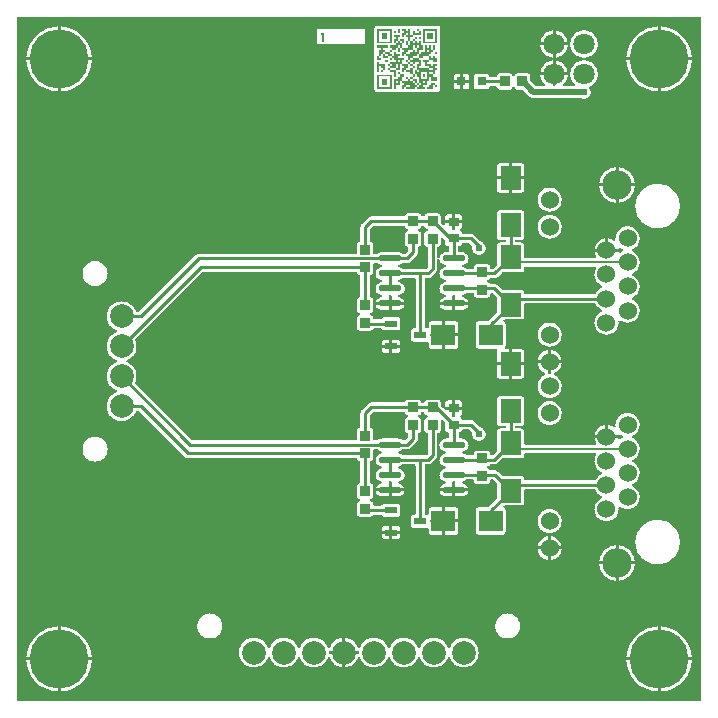
<source format=gtl>
G04 Layer: TopLayer*
G04 Panelize: , Column: 2, Row: 2, Board Size: 58.42mm x 58.42mm, Panelized Board Size: 118.84mm x 118.84mm*
G04 EasyEDA v6.5.38, 2023-12-27 02:29:20*
G04 c8bedbd66dd74f4aa7d5f41e6d883f45,5a6b42c53f6a479593ecc07194224c93,10*
G04 Gerber Generator version 0.2*
G04 Scale: 100 percent, Rotated: No, Reflected: No *
G04 Dimensions in millimeters *
G04 leading zeros omitted , absolute positions ,4 integer and 5 decimal *
%FSLAX45Y45*%
%MOMM*%

%AMMACRO1*21,1,$1,$2,0,0,$3*%
%ADD10C,0.1524*%
%ADD11C,0.2000*%
%ADD12C,0.2540*%
%ADD13C,0.5000*%
%ADD14MACRO1,0.864X0.8065X0.0000*%
%ADD15R,0.8640X0.8065*%
%ADD16R,1.8000X2.0000*%
%ADD17R,2.0000X1.8000*%
%ADD18O,1.950212X0.5684012*%
%ADD19R,1.0700X0.6000*%
%ADD20R,0.8000X0.8000*%
%ADD21MACRO1,0.864X0.8065X90.0000*%
%ADD22R,0.9000X0.8000*%
%ADD23C,2.5000*%
%ADD24C,1.5240*%
%ADD25C,5.0000*%
%ADD26C,1.8000*%
%ADD27C,2.0000*%
%ADD28C,0.6200*%
%ADD29C,0.6096*%
%ADD30C,0.0134*%

%LPD*%
G36*
X5805932Y25908D02*
G01*
X36068Y26416D01*
X32156Y27178D01*
X28905Y29413D01*
X26670Y32664D01*
X25908Y36576D01*
X25908Y5805932D01*
X26670Y5809843D01*
X28905Y5813094D01*
X32156Y5815330D01*
X36068Y5816092D01*
X2555240Y5816092D01*
X2559151Y5815330D01*
X2562402Y5813094D01*
X2564638Y5809843D01*
X2565400Y5805932D01*
X2566162Y5809843D01*
X2568397Y5813094D01*
X2571648Y5815330D01*
X2575560Y5816092D01*
X3050540Y5816092D01*
X3054451Y5815330D01*
X3057702Y5813094D01*
X3059938Y5809843D01*
X3060700Y5805932D01*
X3061462Y5809843D01*
X3063697Y5813094D01*
X3066948Y5815330D01*
X3070860Y5816092D01*
X5805932Y5816092D01*
X5809843Y5815330D01*
X5813094Y5813094D01*
X5815330Y5809843D01*
X5816092Y5805932D01*
X5816092Y36068D01*
X5815330Y32207D01*
X5813094Y28905D01*
X5809843Y26670D01*
G37*

%LPC*%
G36*
X4546803Y2911195D02*
G01*
X4635246Y2911195D01*
X4633417Y2922168D01*
X4629353Y2935173D01*
X4623612Y2947568D01*
X4616297Y2959049D01*
X4607458Y2969463D01*
X4597349Y2978607D01*
X4586122Y2986328D01*
X4573930Y2992475D01*
X4561078Y2996946D01*
X4546803Y2999740D01*
G37*
G36*
X393700Y105562D02*
G01*
X398322Y105664D01*
X421284Y108051D01*
X443992Y112369D01*
X466242Y118618D01*
X487934Y126644D01*
X508812Y136499D01*
X528828Y148031D01*
X547827Y161239D01*
X565607Y175971D01*
X582117Y192125D01*
X597204Y209600D01*
X610819Y228295D01*
X622757Y248107D01*
X633018Y268782D01*
X641553Y290271D01*
X648208Y312369D01*
X653034Y334975D01*
X655929Y357936D01*
X656336Y368300D01*
X393700Y368300D01*
G37*
G36*
X5448300Y105613D02*
G01*
X5448300Y368300D01*
X5185410Y368300D01*
X5187289Y346405D01*
X5191150Y323646D01*
X5196890Y301244D01*
X5204460Y279450D01*
X5213858Y258317D01*
X5224983Y238099D01*
X5237784Y218846D01*
X5252161Y200710D01*
X5267960Y183896D01*
X5285130Y168402D01*
X5303520Y154432D01*
X5323027Y142087D01*
X5343499Y131368D01*
X5364835Y122428D01*
X5386781Y115265D01*
X5409285Y109982D01*
X5432145Y106629D01*
G37*
G36*
X368300Y105613D02*
G01*
X368300Y368300D01*
X105410Y368300D01*
X107289Y346405D01*
X111150Y323646D01*
X116890Y301244D01*
X124460Y279450D01*
X133858Y258317D01*
X144983Y238099D01*
X157784Y218846D01*
X172161Y200710D01*
X187960Y183896D01*
X205130Y168402D01*
X223520Y154432D01*
X243027Y142087D01*
X263499Y131368D01*
X284835Y122428D01*
X306781Y115265D01*
X329285Y109982D01*
X352145Y106629D01*
G37*
G36*
X2029206Y309524D02*
G01*
X2044395Y310438D01*
X2059330Y313182D01*
X2073859Y317703D01*
X2087727Y323951D01*
X2100732Y331825D01*
X2112670Y341172D01*
X2123440Y351942D01*
X2132787Y363880D01*
X2140661Y376885D01*
X2146960Y390804D01*
X2149144Y394004D01*
X2152396Y396087D01*
X2156206Y396798D01*
X2160016Y396087D01*
X2163267Y394004D01*
X2165451Y390804D01*
X2171750Y376885D01*
X2179624Y363880D01*
X2188972Y351942D01*
X2199741Y341172D01*
X2211679Y331825D01*
X2224684Y323951D01*
X2238552Y317703D01*
X2253081Y313182D01*
X2268016Y310438D01*
X2283206Y309524D01*
X2298395Y310438D01*
X2313330Y313182D01*
X2327859Y317703D01*
X2341727Y323951D01*
X2354732Y331825D01*
X2366670Y341172D01*
X2377440Y351942D01*
X2386787Y363880D01*
X2394661Y376885D01*
X2400960Y390804D01*
X2403144Y394004D01*
X2406396Y396087D01*
X2410206Y396798D01*
X2414016Y396087D01*
X2417267Y394004D01*
X2419451Y390804D01*
X2425750Y376885D01*
X2433624Y363880D01*
X2442972Y351942D01*
X2453741Y341172D01*
X2465679Y331825D01*
X2478684Y323951D01*
X2492552Y317703D01*
X2507081Y313182D01*
X2522016Y310438D01*
X2537206Y309524D01*
X2552395Y310438D01*
X2567330Y313182D01*
X2581859Y317703D01*
X2595727Y323951D01*
X2608732Y331825D01*
X2620670Y341172D01*
X2631440Y351942D01*
X2640787Y363880D01*
X2648661Y376885D01*
X2654960Y390804D01*
X2657144Y394004D01*
X2660396Y396087D01*
X2664206Y396798D01*
X2668016Y396087D01*
X2671267Y394004D01*
X2673451Y390804D01*
X2679750Y376885D01*
X2687624Y363880D01*
X2696972Y351942D01*
X2707741Y341172D01*
X2719679Y331825D01*
X2732684Y323951D01*
X2746552Y317703D01*
X2761081Y313182D01*
X2776016Y310438D01*
X2778506Y310286D01*
X2778506Y422706D01*
X2673096Y422706D01*
X2669235Y423468D01*
X2665933Y425704D01*
X2663748Y428955D01*
X2662936Y432866D01*
X2662936Y437946D01*
X2663748Y441858D01*
X2665933Y445109D01*
X2669235Y447344D01*
X2673096Y448106D01*
X2778506Y448106D01*
X2778506Y560527D01*
X2776016Y560374D01*
X2761081Y557631D01*
X2746552Y553110D01*
X2732684Y546862D01*
X2719679Y538988D01*
X2707741Y529640D01*
X2696972Y518871D01*
X2687624Y506933D01*
X2679750Y493928D01*
X2673451Y480009D01*
X2671267Y476808D01*
X2668016Y474726D01*
X2664206Y474014D01*
X2660396Y474726D01*
X2657144Y476808D01*
X2654960Y480009D01*
X2648661Y493928D01*
X2640787Y506933D01*
X2631440Y518871D01*
X2620670Y529640D01*
X2608732Y538988D01*
X2595727Y546862D01*
X2581859Y553110D01*
X2567330Y557631D01*
X2552395Y560374D01*
X2537206Y561289D01*
X2522016Y560374D01*
X2507081Y557631D01*
X2492552Y553110D01*
X2478684Y546862D01*
X2465679Y538988D01*
X2453741Y529640D01*
X2442972Y518871D01*
X2433624Y506933D01*
X2425750Y493928D01*
X2419451Y480009D01*
X2417267Y476808D01*
X2414016Y474726D01*
X2410206Y474014D01*
X2406396Y474726D01*
X2403144Y476808D01*
X2400960Y480009D01*
X2394661Y493928D01*
X2386787Y506933D01*
X2377440Y518871D01*
X2366670Y529640D01*
X2354732Y538988D01*
X2341727Y546862D01*
X2327859Y553110D01*
X2313330Y557631D01*
X2298395Y560374D01*
X2283206Y561289D01*
X2268016Y560374D01*
X2253081Y557631D01*
X2238552Y553110D01*
X2224684Y546862D01*
X2211679Y538988D01*
X2199741Y529640D01*
X2188972Y518871D01*
X2179624Y506933D01*
X2171750Y493928D01*
X2165451Y480009D01*
X2163267Y476808D01*
X2160016Y474726D01*
X2156206Y474014D01*
X2152396Y474726D01*
X2149144Y476808D01*
X2146960Y480009D01*
X2140661Y493928D01*
X2132787Y506933D01*
X2123440Y518871D01*
X2112670Y529640D01*
X2100732Y538988D01*
X2087727Y546862D01*
X2073859Y553110D01*
X2059330Y557631D01*
X2044395Y560374D01*
X2029206Y561289D01*
X2014016Y560374D01*
X1999081Y557631D01*
X1984552Y553110D01*
X1970684Y546862D01*
X1957679Y538988D01*
X1945741Y529640D01*
X1934972Y518871D01*
X1925624Y506933D01*
X1917750Y493928D01*
X1911502Y480059D01*
X1906981Y465531D01*
X1904238Y450596D01*
X1903323Y435406D01*
X1904238Y420217D01*
X1906981Y405282D01*
X1911502Y390753D01*
X1917750Y376885D01*
X1925624Y363880D01*
X1934972Y351942D01*
X1945741Y341172D01*
X1957679Y331825D01*
X1970684Y323951D01*
X1984552Y317703D01*
X1999081Y313182D01*
X2014016Y310438D01*
G37*
G36*
X4456887Y5600700D02*
G01*
X4559300Y5600700D01*
X4559300Y5702960D01*
X4550308Y5701842D01*
X4536186Y5698236D01*
X4522673Y5692851D01*
X4509922Y5685840D01*
X4498136Y5677306D01*
X4487519Y5667349D01*
X4478223Y5656122D01*
X4470450Y5643829D01*
X4464253Y5630672D01*
X4459732Y5616803D01*
X4457039Y5602528D01*
G37*
G36*
X4584700Y5600700D02*
G01*
X4687112Y5600700D01*
X4686960Y5602528D01*
X4684268Y5616803D01*
X4679746Y5630672D01*
X4673549Y5643829D01*
X4665776Y5656122D01*
X4656480Y5667349D01*
X4645863Y5677306D01*
X4634077Y5685840D01*
X4621326Y5692851D01*
X4607814Y5698236D01*
X4593691Y5701842D01*
X4584700Y5702960D01*
G37*
G36*
X3045206Y309524D02*
G01*
X3060395Y310438D01*
X3075330Y313182D01*
X3089859Y317703D01*
X3103727Y323951D01*
X3116732Y331825D01*
X3128670Y341172D01*
X3139440Y351942D01*
X3148787Y363880D01*
X3156661Y376885D01*
X3162960Y390804D01*
X3165144Y394004D01*
X3168396Y396087D01*
X3172206Y396798D01*
X3176016Y396087D01*
X3179267Y394004D01*
X3181451Y390804D01*
X3187750Y376885D01*
X3195624Y363880D01*
X3204972Y351942D01*
X3215741Y341172D01*
X3227679Y331825D01*
X3240684Y323951D01*
X3254552Y317703D01*
X3269081Y313182D01*
X3284016Y310438D01*
X3299206Y309524D01*
X3314395Y310438D01*
X3329330Y313182D01*
X3343859Y317703D01*
X3357727Y323951D01*
X3370732Y331825D01*
X3382670Y341172D01*
X3393440Y351942D01*
X3402787Y363880D01*
X3410661Y376885D01*
X3416960Y390804D01*
X3419144Y394004D01*
X3422396Y396087D01*
X3426206Y396798D01*
X3430015Y396087D01*
X3433267Y394004D01*
X3435451Y390804D01*
X3441750Y376885D01*
X3449624Y363880D01*
X3458972Y351942D01*
X3469741Y341172D01*
X3481679Y331825D01*
X3494684Y323951D01*
X3508552Y317703D01*
X3523081Y313182D01*
X3538016Y310438D01*
X3553206Y309524D01*
X3568395Y310438D01*
X3583330Y313182D01*
X3597859Y317703D01*
X3611727Y323951D01*
X3624732Y331825D01*
X3636670Y341172D01*
X3647440Y351942D01*
X3656787Y363880D01*
X3664661Y376885D01*
X3670960Y390804D01*
X3673144Y394004D01*
X3676396Y396087D01*
X3680206Y396798D01*
X3684015Y396087D01*
X3687267Y394004D01*
X3689451Y390804D01*
X3695750Y376885D01*
X3703624Y363880D01*
X3712972Y351942D01*
X3723741Y341172D01*
X3735679Y331825D01*
X3748684Y323951D01*
X3762552Y317703D01*
X3777081Y313182D01*
X3792016Y310438D01*
X3807206Y309524D01*
X3822395Y310438D01*
X3837330Y313182D01*
X3851859Y317703D01*
X3865727Y323951D01*
X3878732Y331825D01*
X3890670Y341172D01*
X3901440Y351942D01*
X3910787Y363880D01*
X3918661Y376885D01*
X3924909Y390753D01*
X3929430Y405282D01*
X3932174Y420217D01*
X3933088Y435406D01*
X3932174Y450596D01*
X3929430Y465531D01*
X3924909Y480059D01*
X3918661Y493928D01*
X3910787Y506933D01*
X3901440Y518871D01*
X3890670Y529640D01*
X3878732Y538988D01*
X3865727Y546862D01*
X3851859Y553110D01*
X3837330Y557631D01*
X3822395Y560374D01*
X3807206Y561289D01*
X3792016Y560374D01*
X3777081Y557631D01*
X3762552Y553110D01*
X3748684Y546862D01*
X3735679Y538988D01*
X3723741Y529640D01*
X3712972Y518871D01*
X3703624Y506933D01*
X3695750Y493928D01*
X3689451Y480009D01*
X3687267Y476808D01*
X3684015Y474726D01*
X3680206Y474014D01*
X3676396Y474726D01*
X3673144Y476808D01*
X3670960Y480009D01*
X3664661Y493928D01*
X3656787Y506933D01*
X3647440Y518871D01*
X3636670Y529640D01*
X3624732Y538988D01*
X3611727Y546862D01*
X3597859Y553110D01*
X3583330Y557631D01*
X3568395Y560374D01*
X3553206Y561289D01*
X3538016Y560374D01*
X3523081Y557631D01*
X3508552Y553110D01*
X3494684Y546862D01*
X3481679Y538988D01*
X3469741Y529640D01*
X3458972Y518871D01*
X3449624Y506933D01*
X3441750Y493928D01*
X3435451Y480009D01*
X3433267Y476808D01*
X3430015Y474726D01*
X3426206Y474014D01*
X3422396Y474726D01*
X3419144Y476808D01*
X3416960Y480009D01*
X3410661Y493928D01*
X3402787Y506933D01*
X3393440Y518871D01*
X3382670Y529640D01*
X3370732Y538988D01*
X3357727Y546862D01*
X3343859Y553110D01*
X3329330Y557631D01*
X3314395Y560374D01*
X3299206Y561289D01*
X3284016Y560374D01*
X3269081Y557631D01*
X3254552Y553110D01*
X3240684Y546862D01*
X3227679Y538988D01*
X3215741Y529640D01*
X3204972Y518871D01*
X3195624Y506933D01*
X3187750Y493928D01*
X3181451Y480009D01*
X3179267Y476808D01*
X3176016Y474726D01*
X3172206Y474014D01*
X3168396Y474726D01*
X3165144Y476808D01*
X3162960Y480009D01*
X3156661Y493928D01*
X3148787Y506933D01*
X3139440Y518871D01*
X3128670Y529640D01*
X3116732Y538988D01*
X3103727Y546862D01*
X3089859Y553110D01*
X3075330Y557631D01*
X3060395Y560374D01*
X3045206Y561289D01*
X3030016Y560374D01*
X3015081Y557631D01*
X3000552Y553110D01*
X2986684Y546862D01*
X2973679Y538988D01*
X2961741Y529640D01*
X2950972Y518871D01*
X2941624Y506933D01*
X2933750Y493928D01*
X2927451Y480009D01*
X2925267Y476808D01*
X2922016Y474726D01*
X2918206Y474014D01*
X2914396Y474726D01*
X2911144Y476808D01*
X2908960Y480009D01*
X2902661Y493928D01*
X2894787Y506933D01*
X2885440Y518871D01*
X2874670Y529640D01*
X2862732Y538988D01*
X2849727Y546862D01*
X2835859Y553110D01*
X2821330Y557631D01*
X2806395Y560374D01*
X2803906Y560527D01*
X2803906Y448106D01*
X2909316Y448106D01*
X2913176Y447344D01*
X2916478Y445109D01*
X2918663Y441858D01*
X2919476Y437946D01*
X2919476Y432866D01*
X2918663Y428955D01*
X2916478Y425704D01*
X2913176Y423468D01*
X2909316Y422706D01*
X2803906Y422706D01*
X2803906Y310286D01*
X2806395Y310438D01*
X2821330Y313182D01*
X2835859Y317703D01*
X2849727Y323951D01*
X2862732Y331825D01*
X2874670Y341172D01*
X2885440Y351942D01*
X2894787Y363880D01*
X2902661Y376885D01*
X2908960Y390804D01*
X2911144Y394004D01*
X2914396Y396087D01*
X2918206Y396798D01*
X2922016Y396087D01*
X2925267Y394004D01*
X2927451Y390804D01*
X2933750Y376885D01*
X2941624Y363880D01*
X2950972Y351942D01*
X2961741Y341172D01*
X2973679Y331825D01*
X2986684Y323951D01*
X3000552Y317703D01*
X3015081Y313182D01*
X3030016Y310438D01*
G37*
G36*
X2596438Y5583682D02*
G01*
X2626563Y5583682D01*
X2632862Y5584393D01*
X2641142Y5587593D01*
X2643936Y5588000D01*
X2970784Y5588000D01*
X2971800Y5589016D01*
X2971800Y5713984D01*
X2970784Y5715000D01*
X2639822Y5715000D01*
X2636469Y5715558D01*
X2632862Y5716828D01*
X2626563Y5717540D01*
X2596438Y5717540D01*
X2590139Y5716828D01*
X2586532Y5715558D01*
X2583180Y5715000D01*
X2575560Y5715000D01*
X2571648Y5715762D01*
X2568397Y5717997D01*
X2566162Y5721248D01*
X2565400Y5725160D01*
X2565400Y5589016D01*
X2566416Y5588000D01*
X2579065Y5588000D01*
X2581859Y5587593D01*
X2584653Y5586323D01*
X2590139Y5584393D01*
G37*
G36*
X105410Y5473700D02*
G01*
X368300Y5473700D01*
X368300Y5736386D01*
X352145Y5735370D01*
X329285Y5732018D01*
X306781Y5726734D01*
X284835Y5719572D01*
X263499Y5710631D01*
X243027Y5699912D01*
X223520Y5687568D01*
X205130Y5673598D01*
X187960Y5658104D01*
X172161Y5641289D01*
X157784Y5623153D01*
X144983Y5603900D01*
X133858Y5583682D01*
X124460Y5562549D01*
X116890Y5540756D01*
X111150Y5518353D01*
X107289Y5495594D01*
G37*
G36*
X5185410Y5473700D02*
G01*
X5448300Y5473700D01*
X5448300Y5736386D01*
X5432145Y5735370D01*
X5409285Y5732018D01*
X5386781Y5726734D01*
X5364835Y5719572D01*
X5343499Y5710631D01*
X5323027Y5699912D01*
X5303520Y5687568D01*
X5285130Y5673598D01*
X5267960Y5658104D01*
X5252161Y5641289D01*
X5237784Y5623153D01*
X5224983Y5603900D01*
X5213858Y5583682D01*
X5204460Y5562549D01*
X5196890Y5540756D01*
X5191150Y5518353D01*
X5187289Y5495594D01*
G37*
G36*
X393700Y5473700D02*
G01*
X656336Y5473700D01*
X655929Y5484063D01*
X653034Y5507024D01*
X648208Y5529630D01*
X641553Y5551728D01*
X633018Y5573217D01*
X622757Y5593892D01*
X610819Y5613704D01*
X597204Y5632348D01*
X582117Y5649874D01*
X565607Y5666028D01*
X547827Y5680760D01*
X528828Y5693968D01*
X508812Y5705500D01*
X487934Y5715355D01*
X466242Y5723382D01*
X443992Y5729630D01*
X421284Y5733948D01*
X398322Y5736336D01*
X393700Y5736437D01*
G37*
G36*
X5473700Y5473700D02*
G01*
X5736336Y5473700D01*
X5735929Y5484063D01*
X5733034Y5507024D01*
X5728208Y5529630D01*
X5721553Y5551728D01*
X5713018Y5573217D01*
X5702757Y5593892D01*
X5690819Y5613704D01*
X5677204Y5632348D01*
X5662117Y5649874D01*
X5645607Y5666028D01*
X5627827Y5680760D01*
X5608828Y5693968D01*
X5588812Y5705500D01*
X5567934Y5715355D01*
X5546242Y5723382D01*
X5523992Y5729630D01*
X5501284Y5733948D01*
X5478322Y5736336D01*
X5473700Y5736437D01*
G37*
G36*
X393700Y393700D02*
G01*
X656336Y393700D01*
X655929Y404063D01*
X653034Y427024D01*
X648208Y449630D01*
X641553Y471728D01*
X633018Y493217D01*
X622757Y513892D01*
X610819Y533704D01*
X597204Y552348D01*
X582117Y569874D01*
X565607Y586028D01*
X547827Y600760D01*
X528828Y613968D01*
X508812Y625500D01*
X487934Y635355D01*
X466242Y643382D01*
X443992Y649630D01*
X421284Y653948D01*
X398322Y656336D01*
X393700Y656437D01*
G37*
G36*
X5473700Y393700D02*
G01*
X5736336Y393700D01*
X5735929Y404063D01*
X5733034Y427024D01*
X5728208Y449630D01*
X5721553Y471728D01*
X5713018Y493217D01*
X5702757Y513892D01*
X5690819Y533704D01*
X5677204Y552348D01*
X5662117Y569874D01*
X5645607Y586028D01*
X5627827Y600760D01*
X5608828Y613968D01*
X5588812Y625500D01*
X5567934Y635355D01*
X5546242Y643382D01*
X5523992Y649630D01*
X5501284Y653948D01*
X5478322Y656336D01*
X5473700Y656437D01*
G37*
G36*
X5185410Y393700D02*
G01*
X5448300Y393700D01*
X5448300Y656386D01*
X5432145Y655370D01*
X5409285Y652018D01*
X5386781Y646734D01*
X5364835Y639572D01*
X5343499Y630631D01*
X5323027Y619912D01*
X5303520Y607568D01*
X5285130Y593598D01*
X5267960Y578104D01*
X5252161Y561289D01*
X5237784Y543153D01*
X5224983Y523900D01*
X5213858Y503682D01*
X5204460Y482549D01*
X5196890Y460756D01*
X5191150Y438353D01*
X5187289Y415594D01*
G37*
G36*
X105410Y393700D02*
G01*
X368300Y393700D01*
X368300Y656386D01*
X352145Y655370D01*
X329285Y652018D01*
X306781Y646734D01*
X284835Y639572D01*
X263499Y630631D01*
X243027Y619912D01*
X223520Y607568D01*
X205130Y593598D01*
X187960Y578104D01*
X172161Y561289D01*
X157784Y543153D01*
X144983Y523900D01*
X133858Y503682D01*
X124460Y482549D01*
X116890Y460756D01*
X111150Y438353D01*
X107289Y415594D01*
G37*
G36*
X4559300Y5473039D02*
G01*
X4559300Y5575300D01*
X4456887Y5575300D01*
X4457039Y5573471D01*
X4459732Y5559196D01*
X4464253Y5545328D01*
X4470450Y5532170D01*
X4478223Y5519877D01*
X4487519Y5508650D01*
X4498136Y5498693D01*
X4509922Y5490159D01*
X4522673Y5483148D01*
X4536186Y5477764D01*
X4550308Y5474157D01*
G37*
G36*
X4584700Y5473039D02*
G01*
X4593691Y5474157D01*
X4607814Y5477764D01*
X4621326Y5483148D01*
X4634077Y5490159D01*
X4645863Y5498693D01*
X4656480Y5508650D01*
X4665776Y5519877D01*
X4673549Y5532170D01*
X4679746Y5545328D01*
X4684268Y5559196D01*
X4686960Y5573471D01*
X4687112Y5575300D01*
X4584700Y5575300D01*
G37*
G36*
X4818735Y5472328D02*
G01*
X4833264Y5472328D01*
X4847691Y5474157D01*
X4861814Y5477764D01*
X4875326Y5483148D01*
X4888077Y5490159D01*
X4899863Y5498693D01*
X4910480Y5508650D01*
X4919776Y5519877D01*
X4927549Y5532170D01*
X4933746Y5545328D01*
X4938268Y5559196D01*
X4940960Y5573471D01*
X4941874Y5588000D01*
X4940960Y5602528D01*
X4938268Y5616803D01*
X4933746Y5630672D01*
X4927549Y5643829D01*
X4919776Y5656122D01*
X4910480Y5667349D01*
X4899863Y5677306D01*
X4888077Y5685840D01*
X4875326Y5692851D01*
X4861814Y5698236D01*
X4847691Y5701842D01*
X4833264Y5703671D01*
X4818735Y5703671D01*
X4804308Y5701842D01*
X4790186Y5698236D01*
X4776673Y5692851D01*
X4763922Y5685840D01*
X4752136Y5677306D01*
X4741519Y5667349D01*
X4732223Y5656122D01*
X4724450Y5643829D01*
X4718253Y5630672D01*
X4713732Y5616803D01*
X4711039Y5602528D01*
X4710125Y5588000D01*
X4711039Y5573471D01*
X4713732Y5559196D01*
X4718253Y5545328D01*
X4724450Y5532170D01*
X4732223Y5519877D01*
X4741519Y5508650D01*
X4752136Y5498693D01*
X4763922Y5490159D01*
X4776673Y5483148D01*
X4790186Y5477764D01*
X4804308Y5474157D01*
G37*
G36*
X4456887Y5346700D02*
G01*
X4559300Y5346700D01*
X4559300Y5448960D01*
X4550308Y5447842D01*
X4536186Y5444236D01*
X4522673Y5438851D01*
X4509922Y5431840D01*
X4498136Y5423306D01*
X4487519Y5413349D01*
X4478223Y5402122D01*
X4470450Y5389829D01*
X4464253Y5376672D01*
X4459732Y5362803D01*
X4457039Y5348528D01*
G37*
G36*
X4584700Y5346700D02*
G01*
X4687112Y5346700D01*
X4686960Y5348528D01*
X4684268Y5362803D01*
X4679746Y5376672D01*
X4673549Y5389829D01*
X4665776Y5402122D01*
X4656480Y5413349D01*
X4645863Y5423306D01*
X4634077Y5431840D01*
X4621326Y5438851D01*
X4607814Y5444236D01*
X4593691Y5447842D01*
X4584700Y5448960D01*
G37*
G36*
X3801110Y5283200D02*
G01*
X3854297Y5283200D01*
X3854297Y5309920D01*
X3853586Y5316270D01*
X3851706Y5321706D01*
X3848608Y5326634D01*
X3844544Y5330698D01*
X3839616Y5333796D01*
X3834180Y5335676D01*
X3827830Y5336387D01*
X3801110Y5336387D01*
G37*
G36*
X3722522Y5283200D02*
G01*
X3775710Y5283200D01*
X3775710Y5336387D01*
X3748989Y5336387D01*
X3742639Y5335676D01*
X3737203Y5333796D01*
X3732276Y5330698D01*
X3728212Y5326634D01*
X3725113Y5321706D01*
X3723233Y5316270D01*
X3722522Y5309920D01*
G37*
G36*
X1657604Y554532D02*
G01*
X1671421Y555396D01*
X1684985Y558139D01*
X1698142Y562559D01*
X1710537Y568706D01*
X1722069Y576376D01*
X1732483Y585520D01*
X1741627Y595934D01*
X1749298Y607466D01*
X1755444Y619861D01*
X1759864Y633018D01*
X1762607Y646582D01*
X1763471Y660400D01*
X1762607Y674217D01*
X1759864Y687781D01*
X1755444Y700938D01*
X1749298Y713333D01*
X1741627Y724865D01*
X1732483Y735279D01*
X1722069Y744423D01*
X1710537Y752094D01*
X1698142Y758240D01*
X1684985Y762660D01*
X1671421Y765403D01*
X1657604Y766267D01*
X1643786Y765403D01*
X1630222Y762660D01*
X1617065Y758240D01*
X1604670Y752094D01*
X1593138Y744423D01*
X1582724Y735279D01*
X1573580Y724865D01*
X1565910Y713333D01*
X1559763Y700938D01*
X1555343Y687781D01*
X1552600Y674217D01*
X1551736Y660400D01*
X1552600Y646582D01*
X1555343Y633018D01*
X1559763Y619861D01*
X1565910Y607466D01*
X1573580Y595934D01*
X1582724Y585520D01*
X1593138Y576376D01*
X1604670Y568706D01*
X1617065Y562559D01*
X1630222Y558139D01*
X1643786Y555396D01*
G37*
G36*
X4178808Y554532D02*
G01*
X4192625Y555396D01*
X4206189Y558139D01*
X4219346Y562559D01*
X4231741Y568706D01*
X4243273Y576376D01*
X4253687Y585520D01*
X4262831Y595934D01*
X4270502Y607466D01*
X4276648Y619861D01*
X4281068Y633018D01*
X4283811Y646582D01*
X4284675Y660400D01*
X4283811Y674217D01*
X4281068Y687781D01*
X4276648Y700938D01*
X4270502Y713333D01*
X4262831Y724865D01*
X4253687Y735279D01*
X4243273Y744423D01*
X4231741Y752094D01*
X4219346Y758240D01*
X4206189Y762660D01*
X4192625Y765403D01*
X4178808Y766267D01*
X4164990Y765403D01*
X4151426Y762660D01*
X4138269Y758240D01*
X4125874Y752094D01*
X4114342Y744423D01*
X4103928Y735279D01*
X4094784Y724865D01*
X4087114Y713333D01*
X4080967Y700938D01*
X4076547Y687781D01*
X4073804Y674217D01*
X4072940Y660400D01*
X4073804Y646582D01*
X4076547Y633018D01*
X4080967Y619861D01*
X4087114Y607466D01*
X4094784Y595934D01*
X4103928Y585520D01*
X4114342Y576376D01*
X4125874Y568706D01*
X4138269Y562559D01*
X4151426Y558139D01*
X4164990Y555396D01*
G37*
G36*
X5092395Y1043330D02*
G01*
X5092395Y1180795D01*
X4954930Y1180795D01*
X4955133Y1176578D01*
X4957978Y1159916D01*
X4962652Y1143660D01*
X4969154Y1128014D01*
X4977333Y1113180D01*
X4987137Y1099413D01*
X4998415Y1086764D01*
X5011013Y1075537D01*
X5024831Y1065733D01*
X5039614Y1057554D01*
X5055260Y1051052D01*
X5071516Y1046378D01*
X5088178Y1043533D01*
G37*
G36*
X5117795Y1043330D02*
G01*
X5122011Y1043533D01*
X5138674Y1046378D01*
X5154930Y1051052D01*
X5170576Y1057554D01*
X5185359Y1065733D01*
X5199176Y1075537D01*
X5211775Y1086764D01*
X5223052Y1099413D01*
X5232857Y1113180D01*
X5241036Y1128014D01*
X5247538Y1143660D01*
X5252212Y1159916D01*
X5255056Y1176578D01*
X5255260Y1180795D01*
X5117795Y1180795D01*
G37*
G36*
X5443423Y1183182D02*
G01*
X5462168Y1183640D01*
X5480812Y1185976D01*
X5499100Y1190142D01*
X5516930Y1196136D01*
X5534050Y1203858D01*
X5550306Y1213256D01*
X5565546Y1224229D01*
X5579618Y1236624D01*
X5592419Y1250391D01*
X5603748Y1265377D01*
X5613552Y1281379D01*
X5621680Y1298295D01*
X5628132Y1315974D01*
X5632754Y1334160D01*
X5635548Y1352753D01*
X5636514Y1371498D01*
X5635548Y1390243D01*
X5632754Y1408836D01*
X5628132Y1427022D01*
X5621680Y1444701D01*
X5613552Y1461617D01*
X5603748Y1477619D01*
X5592419Y1492605D01*
X5579618Y1506372D01*
X5565546Y1518767D01*
X5550306Y1529740D01*
X5534050Y1539138D01*
X5516930Y1546860D01*
X5499100Y1552854D01*
X5480812Y1557020D01*
X5462168Y1559356D01*
X5443423Y1559814D01*
X5424678Y1558442D01*
X5406186Y1555191D01*
X5388102Y1550060D01*
X5370626Y1543202D01*
X5353913Y1534668D01*
X5338114Y1524457D01*
X5323433Y1512773D01*
X5309971Y1499616D01*
X5297932Y1485239D01*
X5287365Y1469745D01*
X5278374Y1453235D01*
X5271058Y1435912D01*
X5265521Y1417980D01*
X5261813Y1399590D01*
X5259933Y1380896D01*
X5259933Y1362100D01*
X5261813Y1343406D01*
X5265521Y1325016D01*
X5271058Y1307084D01*
X5278374Y1289761D01*
X5287365Y1273251D01*
X5297932Y1257757D01*
X5309971Y1243380D01*
X5323433Y1230223D01*
X5338114Y1218539D01*
X5353913Y1208328D01*
X5370626Y1199794D01*
X5388102Y1192936D01*
X5406186Y1187805D01*
X5424678Y1184554D01*
G37*
G36*
X5117795Y1206195D02*
G01*
X5255260Y1206195D01*
X5255056Y1210360D01*
X5252212Y1227074D01*
X5247538Y1243330D01*
X5241036Y1258976D01*
X5232857Y1273759D01*
X5223052Y1287576D01*
X5211775Y1300175D01*
X5199176Y1311452D01*
X5185359Y1321257D01*
X5170576Y1329436D01*
X5154930Y1335887D01*
X5138674Y1340612D01*
X5122011Y1343406D01*
X5117795Y1343660D01*
G37*
G36*
X4954930Y1206195D02*
G01*
X5092395Y1206195D01*
X5092395Y1343660D01*
X5088178Y1343406D01*
X5071516Y1340612D01*
X5055260Y1335887D01*
X5039614Y1329436D01*
X5024831Y1321257D01*
X5011013Y1311452D01*
X4998415Y1300175D01*
X4987137Y1287576D01*
X4977333Y1273759D01*
X4969154Y1258976D01*
X4962652Y1243330D01*
X4957978Y1227074D01*
X4955133Y1210360D01*
G37*
G36*
X4521403Y1219403D02*
G01*
X4521403Y1307795D01*
X4433011Y1307795D01*
X4433417Y1303528D01*
X4436567Y1290218D01*
X4441494Y1277518D01*
X4448048Y1265529D01*
X4456125Y1254556D01*
X4465624Y1244752D01*
X4476292Y1236319D01*
X4488027Y1229360D01*
X4500626Y1224026D01*
X4513732Y1220470D01*
G37*
G36*
X4546803Y1219403D02*
G01*
X4554423Y1220470D01*
X4567580Y1224026D01*
X4580128Y1229360D01*
X4591862Y1236319D01*
X4602581Y1244752D01*
X4612030Y1254556D01*
X4620158Y1265529D01*
X4626711Y1277518D01*
X4631588Y1290218D01*
X4634738Y1303528D01*
X4635195Y1307795D01*
X4546803Y1307795D01*
G37*
G36*
X4546803Y1333195D02*
G01*
X4635246Y1333195D01*
X4633417Y1344168D01*
X4629353Y1357172D01*
X4623612Y1369568D01*
X4616297Y1381048D01*
X4607458Y1391462D01*
X4597349Y1400606D01*
X4586122Y1408328D01*
X4573930Y1414475D01*
X4561078Y1418945D01*
X4546803Y1421739D01*
G37*
G36*
X4432960Y1333195D02*
G01*
X4521403Y1333195D01*
X4521403Y1421739D01*
X4507128Y1418945D01*
X4494225Y1414475D01*
X4482084Y1408328D01*
X4470806Y1400606D01*
X4460697Y1391462D01*
X4451908Y1381048D01*
X4444542Y1369568D01*
X4438802Y1357172D01*
X4434789Y1344168D01*
G37*
G36*
X3203905Y1395272D02*
G01*
X3244138Y1395272D01*
X3250488Y1395984D01*
X3255924Y1397914D01*
X3260801Y1401013D01*
X3264915Y1405077D01*
X3268014Y1410004D01*
X3269894Y1415440D01*
X3270605Y1421790D01*
X3270605Y1438503D01*
X3203905Y1438503D01*
G37*
G36*
X3138271Y1395272D02*
G01*
X3178505Y1395272D01*
X3178505Y1438503D01*
X3111804Y1438503D01*
X3111804Y1421790D01*
X3112516Y1415440D01*
X3114446Y1410004D01*
X3117494Y1405077D01*
X3121609Y1401013D01*
X3126486Y1397914D01*
X3131972Y1395984D01*
G37*
G36*
X3648100Y1433474D02*
G01*
X3734815Y1433474D01*
X3741165Y1434185D01*
X3746601Y1436116D01*
X3751529Y1439214D01*
X3755593Y1443278D01*
X3758692Y1448206D01*
X3760571Y1453642D01*
X3761282Y1459992D01*
X3761282Y1536700D01*
X3648100Y1536700D01*
G37*
G36*
X3535984Y1433474D02*
G01*
X3622700Y1433474D01*
X3622700Y1536700D01*
X3527806Y1536700D01*
X3523894Y1537462D01*
X3520592Y1539697D01*
X3518408Y1542948D01*
X3517595Y1546860D01*
X3517595Y1551940D01*
X3518408Y1555851D01*
X3520592Y1559102D01*
X3523894Y1561338D01*
X3527806Y1562100D01*
X3622700Y1562100D01*
X3622700Y1665325D01*
X3535984Y1665325D01*
X3529634Y1664614D01*
X3524199Y1662684D01*
X3519271Y1659585D01*
X3515207Y1655521D01*
X3512108Y1650593D01*
X3510229Y1645157D01*
X3509518Y1638807D01*
X3509518Y1611426D01*
X3508603Y1607261D01*
X3506114Y1603857D01*
X3502406Y1601724D01*
X3498189Y1601317D01*
X3491128Y1602130D01*
X3486962Y1602130D01*
X3483101Y1602892D01*
X3479800Y1605076D01*
X3477564Y1608378D01*
X3476802Y1612290D01*
X3476802Y2018131D01*
X3477564Y2022043D01*
X3479800Y2025294D01*
X3483101Y2027529D01*
X3486962Y2028291D01*
X3504692Y2028291D01*
X3512718Y2029104D01*
X3519932Y2031288D01*
X3526637Y2034844D01*
X3532835Y2039975D01*
X3570224Y2077364D01*
X3575354Y2083562D01*
X3578910Y2090267D01*
X3581095Y2097481D01*
X3581908Y2105507D01*
X3581908Y2185466D01*
X3582873Y2189784D01*
X3585514Y2193239D01*
X3586784Y2193899D01*
X3585514Y2194560D01*
X3582873Y2198014D01*
X3581908Y2202332D01*
X3581908Y2284120D01*
X3582568Y2287727D01*
X3584498Y2290876D01*
X3587394Y2293162D01*
X3592271Y2294331D01*
X3597706Y2296261D01*
X3602634Y2299360D01*
X3606698Y2303424D01*
X3609797Y2308352D01*
X3611676Y2313787D01*
X3612387Y2320137D01*
X3612387Y2394762D01*
X3613200Y2398623D01*
X3615385Y2401925D01*
X3618687Y2404160D01*
X3622548Y2404922D01*
X3626459Y2404160D01*
X3629761Y2401925D01*
X3647236Y2384501D01*
X3649421Y2381199D01*
X3650183Y2377287D01*
X3650183Y2325776D01*
X3650894Y2319477D01*
X3652824Y2313990D01*
X3655872Y2309114D01*
X3659987Y2304999D01*
X3664864Y2301900D01*
X3670350Y2300020D01*
X3677259Y2299258D01*
X3680764Y2298192D01*
X3683660Y2295906D01*
X3685590Y2292756D01*
X3686251Y2289149D01*
X3686301Y2258415D01*
X3685540Y2254504D01*
X3683304Y2251202D01*
X3680053Y2249017D01*
X3676142Y2248204D01*
X3656279Y2248204D01*
X3646373Y2247341D01*
X3637229Y2244902D01*
X3628694Y2240940D01*
X3620922Y2235504D01*
X3614216Y2228799D01*
X3608781Y2221026D01*
X3604818Y2212492D01*
X3602380Y2203348D01*
X3602177Y2201418D01*
X3600856Y2197252D01*
X3597910Y2193798D01*
X3600856Y2190546D01*
X3602177Y2186381D01*
X3602380Y2184450D01*
X3604818Y2175306D01*
X3608781Y2166772D01*
X3614216Y2159000D01*
X3620922Y2152294D01*
X3628694Y2146858D01*
X3637229Y2142896D01*
X3647236Y2140204D01*
X3651097Y2138172D01*
X3653790Y2134717D01*
X3654755Y2130399D01*
X3653790Y2126081D01*
X3651097Y2122627D01*
X3647236Y2120595D01*
X3637229Y2117902D01*
X3628694Y2113940D01*
X3620922Y2108504D01*
X3614216Y2101799D01*
X3608781Y2094026D01*
X3604818Y2085492D01*
X3602380Y2076348D01*
X3601516Y2066899D01*
X3602380Y2057450D01*
X3604818Y2048306D01*
X3608781Y2039772D01*
X3614216Y2032000D01*
X3620922Y2025294D01*
X3628694Y2019858D01*
X3637229Y2015896D01*
X3647236Y2013204D01*
X3651097Y2011172D01*
X3653790Y2007717D01*
X3654755Y2003399D01*
X3653790Y1999081D01*
X3651097Y1995627D01*
X3647236Y1993595D01*
X3637229Y1990902D01*
X3628694Y1986940D01*
X3620922Y1981504D01*
X3614216Y1974799D01*
X3608781Y1967026D01*
X3604818Y1958492D01*
X3602380Y1949348D01*
X3601516Y1939899D01*
X3602380Y1930450D01*
X3604818Y1921306D01*
X3608781Y1912772D01*
X3614216Y1905000D01*
X3620922Y1898294D01*
X3628694Y1892858D01*
X3637229Y1888896D01*
X3647236Y1886204D01*
X3651097Y1884172D01*
X3653790Y1880717D01*
X3654755Y1876399D01*
X3653790Y1872081D01*
X3651097Y1868627D01*
X3647236Y1866595D01*
X3637229Y1863902D01*
X3628694Y1859940D01*
X3620922Y1854504D01*
X3614216Y1847799D01*
X3608781Y1840026D01*
X3604818Y1831492D01*
X3603244Y1825599D01*
X3712210Y1825599D01*
X3712210Y1875434D01*
X3712972Y1879295D01*
X3715207Y1882597D01*
X3718458Y1884781D01*
X3722370Y1885594D01*
X3727450Y1885594D01*
X3731361Y1884781D01*
X3734612Y1882597D01*
X3736848Y1879295D01*
X3737610Y1875434D01*
X3737610Y1825599D01*
X3846576Y1825599D01*
X3845001Y1831492D01*
X3841038Y1840026D01*
X3835603Y1847799D01*
X3828897Y1854504D01*
X3821125Y1859940D01*
X3812590Y1863902D01*
X3802583Y1866595D01*
X3798722Y1868627D01*
X3796029Y1872081D01*
X3795064Y1876399D01*
X3796029Y1880717D01*
X3798722Y1884172D01*
X3802583Y1886204D01*
X3812590Y1888896D01*
X3821125Y1892858D01*
X3832199Y1900529D01*
X3836060Y1901291D01*
X3883151Y1901291D01*
X3887012Y1900529D01*
X3890314Y1898294D01*
X3892499Y1895043D01*
X3893312Y1891131D01*
X3893312Y1888337D01*
X3894023Y1881987D01*
X3895902Y1876552D01*
X3899001Y1871624D01*
X3903065Y1867560D01*
X3907993Y1864461D01*
X3913428Y1862531D01*
X3919778Y1861820D01*
X4005021Y1861820D01*
X4011371Y1862531D01*
X4016806Y1864461D01*
X4021734Y1867560D01*
X4025798Y1871624D01*
X4028897Y1876552D01*
X4030776Y1881987D01*
X4031487Y1888337D01*
X4031487Y1891131D01*
X4032300Y1895043D01*
X4034485Y1898294D01*
X4037787Y1900529D01*
X4041648Y1901291D01*
X4050182Y1901291D01*
X4054094Y1900529D01*
X4057396Y1898294D01*
X4084828Y1870862D01*
X4087012Y1867611D01*
X4087774Y1863699D01*
X4087774Y1749501D01*
X4087012Y1745640D01*
X4084828Y1742338D01*
X4010761Y1668272D01*
X4007510Y1666087D01*
X4003598Y1665325D01*
X3935984Y1665325D01*
X3929634Y1664614D01*
X3924198Y1662684D01*
X3919270Y1659585D01*
X3915206Y1655521D01*
X3912108Y1650593D01*
X3910228Y1645157D01*
X3909517Y1638807D01*
X3909517Y1459992D01*
X3910228Y1453642D01*
X3912108Y1448206D01*
X3915206Y1443278D01*
X3919270Y1439214D01*
X3924198Y1436116D01*
X3929634Y1434185D01*
X3935984Y1433474D01*
X4134815Y1433474D01*
X4141165Y1434185D01*
X4146600Y1436116D01*
X4151528Y1439214D01*
X4155592Y1443278D01*
X4158691Y1448206D01*
X4160570Y1453642D01*
X4161332Y1459992D01*
X4161332Y1638807D01*
X4160570Y1645157D01*
X4158691Y1650593D01*
X4155592Y1655521D01*
X4151528Y1659585D01*
X4147820Y1661922D01*
X4144721Y1664970D01*
X4143197Y1669034D01*
X4143451Y1673352D01*
X4145534Y1677162D01*
X4148988Y1679752D01*
X4153204Y1680667D01*
X4293108Y1680667D01*
X4299458Y1681429D01*
X4304893Y1683308D01*
X4309821Y1686407D01*
X4313885Y1690471D01*
X4316984Y1695399D01*
X4318914Y1700834D01*
X4319625Y1707184D01*
X4319625Y1805635D01*
X4320387Y1809546D01*
X4322572Y1812848D01*
X4325874Y1815033D01*
X4329785Y1815795D01*
X4915103Y1815846D01*
X4918659Y1815185D01*
X4921758Y1813356D01*
X4923993Y1810562D01*
X4930038Y1799539D01*
X4938115Y1788566D01*
X4947615Y1778762D01*
X4958334Y1770329D01*
X4970068Y1763369D01*
X4973624Y1761845D01*
X4976774Y1759762D01*
X4978958Y1756562D01*
X4979771Y1752854D01*
X4979212Y1749094D01*
X4977231Y1745792D01*
X4974234Y1743456D01*
X4964074Y1738325D01*
X4952847Y1730603D01*
X4942738Y1721459D01*
X4933899Y1711045D01*
X4926584Y1699564D01*
X4920843Y1687169D01*
X4916779Y1674164D01*
X4914544Y1660702D01*
X4914087Y1647088D01*
X4915408Y1633524D01*
X4918608Y1620266D01*
X4923485Y1607515D01*
X4930038Y1595577D01*
X4938115Y1584553D01*
X4947615Y1574800D01*
X4958334Y1566316D01*
X4970068Y1559356D01*
X4982616Y1554073D01*
X4995773Y1550466D01*
X5009286Y1548638D01*
X5022900Y1548638D01*
X5036413Y1550466D01*
X5049570Y1554073D01*
X5062118Y1559356D01*
X5073853Y1566316D01*
X5084572Y1574800D01*
X5094071Y1584553D01*
X5102148Y1595577D01*
X5108702Y1607515D01*
X5113578Y1620266D01*
X5116779Y1633524D01*
X5118100Y1647037D01*
X5117592Y1661769D01*
X5118150Y1665579D01*
X5120081Y1668881D01*
X5123129Y1671218D01*
X5126786Y1672285D01*
X5130596Y1671878D01*
X5134000Y1670151D01*
X5136337Y1668322D01*
X5148072Y1661363D01*
X5160619Y1656029D01*
X5173776Y1652422D01*
X5187289Y1650644D01*
X5200904Y1650644D01*
X5214416Y1652422D01*
X5227574Y1656029D01*
X5240121Y1661363D01*
X5251856Y1668322D01*
X5262575Y1676755D01*
X5272074Y1686560D01*
X5280152Y1697532D01*
X5286705Y1709521D01*
X5291582Y1722221D01*
X5294782Y1735480D01*
X5296103Y1749094D01*
X5295646Y1762709D01*
X5293410Y1776171D01*
X5289346Y1789175D01*
X5283606Y1801571D01*
X5276291Y1813052D01*
X5267502Y1823466D01*
X5257342Y1832610D01*
X5246116Y1840331D01*
X5235956Y1845462D01*
X5232958Y1847799D01*
X5230977Y1851050D01*
X5230418Y1854860D01*
X5231231Y1858568D01*
X5233416Y1861718D01*
X5236616Y1863852D01*
X5240121Y1865375D01*
X5251856Y1872335D01*
X5262575Y1880768D01*
X5272074Y1890572D01*
X5280152Y1901545D01*
X5286705Y1913534D01*
X5291582Y1926234D01*
X5294782Y1939493D01*
X5296103Y1953056D01*
X5295646Y1966722D01*
X5293410Y1980133D01*
X5289346Y1993188D01*
X5283606Y2005533D01*
X5276291Y2017064D01*
X5267502Y2027478D01*
X5257342Y2036622D01*
X5246116Y2044344D01*
X5235956Y2049424D01*
X5232958Y2051761D01*
X5230977Y2055063D01*
X5230418Y2058873D01*
X5231231Y2062581D01*
X5233416Y2065731D01*
X5236616Y2067864D01*
X5240121Y2069388D01*
X5251856Y2076297D01*
X5262575Y2084781D01*
X5272074Y2094585D01*
X5280152Y2105558D01*
X5286705Y2117496D01*
X5291582Y2130247D01*
X5294782Y2143506D01*
X5296103Y2157069D01*
X5295646Y2170684D01*
X5293410Y2184146D01*
X5289346Y2197150D01*
X5283606Y2209546D01*
X5276291Y2221026D01*
X5267502Y2231440D01*
X5257342Y2240584D01*
X5246116Y2248306D01*
X5235956Y2253437D01*
X5232958Y2255774D01*
X5230977Y2259076D01*
X5230418Y2262835D01*
X5231231Y2266594D01*
X5233416Y2269744D01*
X5236616Y2271877D01*
X5240121Y2273350D01*
X5251856Y2280310D01*
X5262575Y2288794D01*
X5272074Y2298598D01*
X5280152Y2309571D01*
X5286705Y2321509D01*
X5291582Y2334260D01*
X5294782Y2347518D01*
X5296103Y2361082D01*
X5295646Y2374696D01*
X5293410Y2388158D01*
X5289346Y2401163D01*
X5283606Y2413558D01*
X5276291Y2425039D01*
X5267502Y2435453D01*
X5257342Y2444597D01*
X5246116Y2452319D01*
X5233974Y2458466D01*
X5221071Y2462936D01*
X5207711Y2465679D01*
X5194096Y2466594D01*
X5180482Y2465679D01*
X5167122Y2462936D01*
X5154218Y2458466D01*
X5142077Y2452319D01*
X5130850Y2444597D01*
X5120690Y2435453D01*
X5111902Y2425039D01*
X5104587Y2413558D01*
X5098846Y2401163D01*
X5094782Y2388158D01*
X5092547Y2374696D01*
X5092090Y2361082D01*
X5092801Y2353665D01*
X5092496Y2349855D01*
X5090769Y2346401D01*
X5087874Y2343912D01*
X5084267Y2342591D01*
X5080457Y2342743D01*
X5076952Y2344267D01*
X5068112Y2350312D01*
X5055971Y2356459D01*
X5043068Y2360930D01*
X5028793Y2363724D01*
X5028793Y2275179D01*
X5117642Y2275179D01*
X5118963Y2279294D01*
X5121859Y2282444D01*
X5125821Y2284171D01*
X5130139Y2284018D01*
X5134000Y2282139D01*
X5136337Y2280310D01*
X5148072Y2273350D01*
X5151577Y2271877D01*
X5154777Y2269744D01*
X5156962Y2266594D01*
X5157774Y2262835D01*
X5157216Y2259076D01*
X5155234Y2255774D01*
X5152237Y2253437D01*
X5142077Y2248306D01*
X5133238Y2242261D01*
X5129733Y2240737D01*
X5125923Y2240584D01*
X5122316Y2241905D01*
X5119420Y2244445D01*
X5117693Y2247849D01*
X5117541Y2249779D01*
X5028793Y2249779D01*
X5028793Y2206599D01*
X5028031Y2202688D01*
X5025796Y2199436D01*
X5022545Y2197201D01*
X5018633Y2196439D01*
X5013553Y2196439D01*
X5009692Y2197201D01*
X5006390Y2199436D01*
X5004155Y2202688D01*
X5003393Y2206599D01*
X5003393Y2249779D01*
X4915001Y2249779D01*
X4915408Y2245512D01*
X4918608Y2232253D01*
X4923485Y2219502D01*
X4927904Y2211476D01*
X4929124Y2207463D01*
X4928616Y2203348D01*
X4926482Y2199741D01*
X4923078Y2197303D01*
X4918964Y2196439D01*
X4329785Y2196439D01*
X4325874Y2197201D01*
X4322572Y2199436D01*
X4320387Y2202688D01*
X4319625Y2206599D01*
X4319625Y2306015D01*
X4318914Y2312365D01*
X4316984Y2317800D01*
X4313885Y2322728D01*
X4309821Y2326792D01*
X4304893Y2329891D01*
X4299458Y2331770D01*
X4293108Y2332482D01*
X4252468Y2332482D01*
X4248556Y2333294D01*
X4245305Y2335479D01*
X4243070Y2338781D01*
X4242308Y2343607D01*
X4243070Y2347518D01*
X4245305Y2350820D01*
X4248556Y2353005D01*
X4252468Y2353767D01*
X4293108Y2353767D01*
X4299458Y2354529D01*
X4304893Y2356408D01*
X4309821Y2359507D01*
X4313885Y2363571D01*
X4316984Y2368499D01*
X4318914Y2373934D01*
X4319625Y2380284D01*
X4319625Y2579116D01*
X4318914Y2585466D01*
X4316984Y2590901D01*
X4313885Y2595829D01*
X4309821Y2599893D01*
X4304893Y2602992D01*
X4299458Y2604871D01*
X4293108Y2605582D01*
X4114292Y2605582D01*
X4107942Y2604871D01*
X4102506Y2602992D01*
X4097578Y2599893D01*
X4093514Y2595829D01*
X4090415Y2590901D01*
X4088485Y2585466D01*
X4087774Y2579116D01*
X4087774Y2380284D01*
X4088485Y2373934D01*
X4090415Y2368499D01*
X4093514Y2363571D01*
X4097578Y2359507D01*
X4102506Y2356408D01*
X4107942Y2354529D01*
X4114292Y2353767D01*
X4154932Y2353767D01*
X4158843Y2353005D01*
X4162094Y2350820D01*
X4164329Y2347518D01*
X4165092Y2342642D01*
X4164329Y2338781D01*
X4162094Y2335479D01*
X4158843Y2333294D01*
X4154932Y2332482D01*
X4114292Y2332482D01*
X4107942Y2331770D01*
X4102506Y2329891D01*
X4097578Y2326792D01*
X4093514Y2322728D01*
X4090415Y2317800D01*
X4088485Y2312365D01*
X4087774Y2306015D01*
X4087774Y2149500D01*
X4087012Y2145588D01*
X4084828Y2142337D01*
X4050995Y2108504D01*
X4047693Y2106269D01*
X4043781Y2105507D01*
X4041648Y2105507D01*
X4037787Y2106269D01*
X4034485Y2108504D01*
X4032300Y2111756D01*
X4031487Y2115667D01*
X4031487Y2118461D01*
X4030776Y2124811D01*
X4028897Y2130247D01*
X4025798Y2135174D01*
X4021734Y2139238D01*
X4016806Y2142337D01*
X4011371Y2144268D01*
X4005021Y2144979D01*
X3919778Y2144979D01*
X3913428Y2144268D01*
X3907993Y2142337D01*
X3903065Y2139238D01*
X3899001Y2135174D01*
X3895902Y2130247D01*
X3894023Y2124811D01*
X3893312Y2118461D01*
X3893312Y2115667D01*
X3892499Y2111756D01*
X3890314Y2108504D01*
X3887012Y2106269D01*
X3883151Y2105507D01*
X3836060Y2105507D01*
X3832199Y2106269D01*
X3821125Y2113940D01*
X3812590Y2117902D01*
X3802583Y2120595D01*
X3798722Y2122627D01*
X3796029Y2126081D01*
X3795064Y2130399D01*
X3796029Y2134717D01*
X3798722Y2138172D01*
X3802583Y2140204D01*
X3812590Y2142896D01*
X3821125Y2146858D01*
X3828897Y2152294D01*
X3835603Y2159000D01*
X3841038Y2166772D01*
X3845001Y2175306D01*
X3847490Y2184450D01*
X3848303Y2193899D01*
X3847490Y2203348D01*
X3845001Y2212492D01*
X3841038Y2221026D01*
X3835603Y2228799D01*
X3828897Y2235504D01*
X3821125Y2240940D01*
X3812590Y2244902D01*
X3803446Y2247341D01*
X3793540Y2248204D01*
X3773678Y2248204D01*
X3769766Y2249017D01*
X3766515Y2251202D01*
X3764279Y2254504D01*
X3763518Y2258364D01*
X3763518Y2290013D01*
X3764381Y2294077D01*
X3766820Y2297480D01*
X3770426Y2299614D01*
X3777386Y2301951D01*
X3782212Y2304999D01*
X3786327Y2309114D01*
X3789375Y2313990D01*
X3791407Y2319782D01*
X3793540Y2323338D01*
X3796944Y2325725D01*
X3801008Y2326589D01*
X3847084Y2326589D01*
X3850995Y2325827D01*
X3854297Y2323592D01*
X3877614Y2300274D01*
X3879494Y2297684D01*
X3880459Y2294636D01*
X3880358Y2281174D01*
X3881983Y2271674D01*
X3885184Y2262581D01*
X3889857Y2254148D01*
X3895953Y2246630D01*
X3903167Y2240280D01*
X3911396Y2235200D01*
X3920337Y2231644D01*
X3929786Y2229612D01*
X3939438Y2229154D01*
X3948988Y2230424D01*
X3958183Y2233218D01*
X3966819Y2237587D01*
X3974592Y2243328D01*
X3981246Y2250287D01*
X3986631Y2258263D01*
X3990644Y2267051D01*
X3993032Y2276398D01*
X3993896Y2286000D01*
X3993032Y2295601D01*
X3990644Y2304948D01*
X3986631Y2313736D01*
X3981246Y2321712D01*
X3974592Y2328672D01*
X3966819Y2334412D01*
X3958183Y2338781D01*
X3945229Y2342642D01*
X3942537Y2344572D01*
X3894937Y2392121D01*
X3888740Y2397252D01*
X3882034Y2400808D01*
X3874820Y2402992D01*
X3866794Y2403805D01*
X3801008Y2403805D01*
X3796944Y2404668D01*
X3793540Y2407056D01*
X3791407Y2410612D01*
X3789375Y2416403D01*
X3786327Y2421331D01*
X3782212Y2425395D01*
X3780332Y2426614D01*
X3777386Y2429408D01*
X3775760Y2433167D01*
X3775760Y2437231D01*
X3777386Y2440990D01*
X3780332Y2443784D01*
X3782212Y2445004D01*
X3786327Y2449068D01*
X3789375Y2453995D01*
X3791305Y2459431D01*
X3792016Y2465781D01*
X3792016Y2492502D01*
X3733800Y2492502D01*
X3733800Y2441295D01*
X3733037Y2437384D01*
X3730802Y2434082D01*
X3727551Y2431897D01*
X3723640Y2431135D01*
X3718560Y2431135D01*
X3714648Y2431897D01*
X3711397Y2434082D01*
X3709162Y2437384D01*
X3708400Y2441295D01*
X3708400Y2492502D01*
X3652621Y2492502D01*
X3648710Y2493264D01*
X3645408Y2495448D01*
X3640328Y2500528D01*
X3638143Y2503830D01*
X3637838Y2505506D01*
X3636162Y2505862D01*
X3632860Y2508046D01*
X3615385Y2525522D01*
X3613200Y2528824D01*
X3612387Y2532684D01*
X3612387Y2550261D01*
X3611676Y2556611D01*
X3609797Y2562047D01*
X3606698Y2566974D01*
X3602634Y2571038D01*
X3597706Y2574137D01*
X3592271Y2576068D01*
X3585921Y2576779D01*
X3500678Y2576779D01*
X3494328Y2576068D01*
X3488893Y2574137D01*
X3483965Y2571038D01*
X3479901Y2566974D01*
X3476802Y2562047D01*
X3474669Y2555951D01*
X3472535Y2552395D01*
X3469132Y2550007D01*
X3465068Y2549144D01*
X3456432Y2549144D01*
X3452368Y2550007D01*
X3448964Y2552395D01*
X3446830Y2555951D01*
X3444697Y2562047D01*
X3441598Y2566974D01*
X3437534Y2571038D01*
X3432606Y2574137D01*
X3427171Y2576068D01*
X3420821Y2576779D01*
X3335578Y2576779D01*
X3329228Y2576068D01*
X3323793Y2574137D01*
X3318865Y2571038D01*
X3314801Y2566974D01*
X3311702Y2562047D01*
X3310686Y2559151D01*
X3308553Y2555595D01*
X3305149Y2553208D01*
X3301085Y2552344D01*
X3023819Y2552344D01*
X3016453Y2551684D01*
X3009138Y2549601D01*
X3002432Y2546096D01*
X2996133Y2541117D01*
X2945282Y2491740D01*
X2940050Y2485593D01*
X2936392Y2478989D01*
X2934106Y2471826D01*
X2933192Y2463139D01*
X2933192Y2348179D01*
X2932531Y2344572D01*
X2930601Y2341422D01*
X2927705Y2339136D01*
X2922828Y2337968D01*
X2917393Y2336038D01*
X2912465Y2332939D01*
X2908401Y2328875D01*
X2905302Y2323947D01*
X2903423Y2318512D01*
X2902712Y2312162D01*
X2902712Y2242667D01*
X2901899Y2238756D01*
X2899714Y2235504D01*
X2896412Y2233269D01*
X2892552Y2232507D01*
X1511452Y2232507D01*
X1507591Y2233269D01*
X1504289Y2235504D01*
X1027734Y2712008D01*
X1025499Y2715412D01*
X1024788Y2719374D01*
X1025652Y2723388D01*
X1028496Y2729687D01*
X1033018Y2744216D01*
X1035761Y2759151D01*
X1036675Y2774340D01*
X1035761Y2789529D01*
X1033018Y2804464D01*
X1028496Y2818993D01*
X1022299Y2832811D01*
X1014425Y2845866D01*
X1005027Y2857804D01*
X994308Y2868574D01*
X982319Y2877921D01*
X969314Y2885795D01*
X955395Y2892044D01*
X952246Y2894279D01*
X950112Y2897530D01*
X949401Y2901340D01*
X950112Y2905150D01*
X952246Y2908350D01*
X955395Y2910586D01*
X969314Y2916885D01*
X982319Y2924708D01*
X994308Y2934106D01*
X1005027Y2944876D01*
X1014425Y2956814D01*
X1022299Y2969818D01*
X1028496Y2983687D01*
X1033018Y2998216D01*
X1035761Y3013151D01*
X1036675Y3028340D01*
X1035761Y3043529D01*
X1033018Y3058464D01*
X1028496Y3072993D01*
X1025652Y3079292D01*
X1024788Y3083255D01*
X1025499Y3087268D01*
X1027734Y3090672D01*
X1592072Y3654958D01*
X1595374Y3657193D01*
X1599234Y3657955D01*
X2893568Y3657955D01*
X2897632Y3657092D01*
X2901035Y3654704D01*
X2903169Y3651148D01*
X2905302Y3645052D01*
X2908401Y3640124D01*
X2912465Y3636060D01*
X2917393Y3632962D01*
X2922828Y3631031D01*
X2927705Y3629863D01*
X2930601Y3627577D01*
X2932531Y3624427D01*
X2933192Y3620820D01*
X2933192Y3453079D01*
X2932531Y3449472D01*
X2930601Y3446322D01*
X2927705Y3444036D01*
X2922828Y3442868D01*
X2917393Y3440937D01*
X2912465Y3437839D01*
X2908401Y3433775D01*
X2905302Y3428847D01*
X2903423Y3423412D01*
X2902712Y3417062D01*
X2902712Y3337560D01*
X2903423Y3331260D01*
X2905302Y3325774D01*
X2908401Y3320897D01*
X2912465Y3316782D01*
X2917393Y3313734D01*
X2923438Y3311601D01*
X2926994Y3309467D01*
X2929432Y3306064D01*
X2930245Y3302000D01*
X2929432Y3297936D01*
X2926994Y3294532D01*
X2923438Y3292398D01*
X2917393Y3290265D01*
X2912465Y3287217D01*
X2908401Y3283102D01*
X2905302Y3278225D01*
X2903423Y3272739D01*
X2902712Y3266440D01*
X2902712Y3186938D01*
X2903423Y3180588D01*
X2905302Y3175152D01*
X2908401Y3170224D01*
X2912465Y3166160D01*
X2917393Y3163062D01*
X2922828Y3161131D01*
X2929178Y3160420D01*
X3014421Y3160420D01*
X3020771Y3161131D01*
X3026206Y3163062D01*
X3031134Y3166160D01*
X3035198Y3170224D01*
X3038703Y3175812D01*
X3040989Y3178352D01*
X3043986Y3180029D01*
X3047339Y3180588D01*
X3107182Y3180588D01*
X3110534Y3180029D01*
X3113532Y3178352D01*
X3115767Y3175812D01*
X3117494Y3173069D01*
X3121609Y3169005D01*
X3126486Y3165906D01*
X3131972Y3164027D01*
X3138271Y3163316D01*
X3244138Y3163316D01*
X3250488Y3164027D01*
X3255924Y3165906D01*
X3260801Y3169005D01*
X3264915Y3173069D01*
X3268014Y3177997D01*
X3269894Y3183432D01*
X3270605Y3189782D01*
X3270605Y3248609D01*
X3269894Y3254959D01*
X3268014Y3260394D01*
X3264915Y3265322D01*
X3260801Y3269386D01*
X3255924Y3272485D01*
X3250488Y3274415D01*
X3244138Y3275126D01*
X3138271Y3275126D01*
X3131972Y3274415D01*
X3126486Y3272485D01*
X3121609Y3269386D01*
X3117494Y3265322D01*
X3115767Y3262579D01*
X3113532Y3260039D01*
X3110534Y3258362D01*
X3107182Y3257803D01*
X3050946Y3257803D01*
X3047339Y3258464D01*
X3044190Y3260394D01*
X3041954Y3263290D01*
X3040888Y3266846D01*
X3040176Y3272739D01*
X3038297Y3278225D01*
X3035198Y3283102D01*
X3031134Y3287217D01*
X3026206Y3290265D01*
X3020161Y3292398D01*
X3016605Y3294532D01*
X3014167Y3297936D01*
X3013354Y3302000D01*
X3014167Y3306064D01*
X3016605Y3309467D01*
X3020161Y3311601D01*
X3026206Y3313734D01*
X3031134Y3316782D01*
X3035198Y3320897D01*
X3038297Y3325774D01*
X3040176Y3331260D01*
X3040888Y3337560D01*
X3040888Y3382264D01*
X3041548Y3385159D01*
X3040888Y3388360D01*
X3040888Y3393440D01*
X3041548Y3396640D01*
X3040888Y3399536D01*
X3040888Y3417062D01*
X3040176Y3423412D01*
X3038297Y3428847D01*
X3035198Y3433775D01*
X3031134Y3437839D01*
X3026206Y3440937D01*
X3020771Y3442868D01*
X3015894Y3444036D01*
X3012998Y3446322D01*
X3011068Y3449472D01*
X3010408Y3453079D01*
X3010408Y3620820D01*
X3011068Y3624427D01*
X3012998Y3627577D01*
X3015894Y3629863D01*
X3020771Y3631031D01*
X3026206Y3632962D01*
X3031134Y3636060D01*
X3035198Y3640124D01*
X3038297Y3645052D01*
X3040176Y3650487D01*
X3040888Y3656837D01*
X3040888Y3723132D01*
X3041700Y3727043D01*
X3043885Y3730294D01*
X3047187Y3732529D01*
X3051048Y3733292D01*
X3072739Y3733292D01*
X3076600Y3732529D01*
X3087674Y3724859D01*
X3096209Y3720896D01*
X3106216Y3718204D01*
X3110077Y3716172D01*
X3112770Y3712718D01*
X3113735Y3708400D01*
X3112770Y3704082D01*
X3110077Y3700627D01*
X3106216Y3698595D01*
X3096209Y3695903D01*
X3087674Y3691940D01*
X3079902Y3686505D01*
X3073196Y3679799D01*
X3067761Y3672027D01*
X3063798Y3663492D01*
X3061309Y3654348D01*
X3060496Y3644900D01*
X3061309Y3635451D01*
X3063798Y3626307D01*
X3067761Y3617772D01*
X3073196Y3610000D01*
X3079902Y3603294D01*
X3087674Y3597859D01*
X3096209Y3593896D01*
X3106216Y3591204D01*
X3110077Y3589172D01*
X3112770Y3585718D01*
X3113735Y3581400D01*
X3112770Y3577082D01*
X3110077Y3573627D01*
X3106216Y3571595D01*
X3096209Y3568903D01*
X3087674Y3564940D01*
X3079902Y3559505D01*
X3073196Y3552799D01*
X3067761Y3545027D01*
X3063798Y3536492D01*
X3061309Y3527348D01*
X3060496Y3517900D01*
X3061309Y3508451D01*
X3063798Y3499307D01*
X3067761Y3490772D01*
X3073196Y3483000D01*
X3079902Y3476294D01*
X3087674Y3470859D01*
X3096209Y3466896D01*
X3106216Y3464204D01*
X3110077Y3462172D01*
X3112770Y3458718D01*
X3113735Y3454400D01*
X3112770Y3450082D01*
X3110077Y3446627D01*
X3106216Y3444595D01*
X3096209Y3441903D01*
X3087674Y3437940D01*
X3079902Y3432505D01*
X3073196Y3425799D01*
X3067761Y3418027D01*
X3063798Y3409492D01*
X3062224Y3403600D01*
X3171190Y3403600D01*
X3171190Y3453434D01*
X3171952Y3457295D01*
X3174187Y3460597D01*
X3177438Y3462782D01*
X3181350Y3463594D01*
X3186430Y3463594D01*
X3190341Y3462782D01*
X3193592Y3460597D01*
X3195828Y3457295D01*
X3196590Y3453434D01*
X3196590Y3403600D01*
X3305556Y3403600D01*
X3303981Y3409492D01*
X3300018Y3418027D01*
X3294583Y3425799D01*
X3287877Y3432505D01*
X3280105Y3437940D01*
X3271570Y3441903D01*
X3261563Y3444595D01*
X3257702Y3446627D01*
X3255010Y3450082D01*
X3254044Y3454400D01*
X3255010Y3458718D01*
X3257702Y3462172D01*
X3261563Y3464204D01*
X3271570Y3466896D01*
X3280105Y3470859D01*
X3287877Y3476294D01*
X3294583Y3483000D01*
X3300018Y3490772D01*
X3303981Y3499307D01*
X3306470Y3508451D01*
X3307283Y3517900D01*
X3306470Y3527348D01*
X3303981Y3536492D01*
X3300018Y3545027D01*
X3294583Y3552799D01*
X3287877Y3559505D01*
X3280105Y3564940D01*
X3271570Y3568903D01*
X3261563Y3571595D01*
X3257702Y3573627D01*
X3255010Y3577082D01*
X3254044Y3581400D01*
X3255010Y3585718D01*
X3257702Y3589172D01*
X3261563Y3591204D01*
X3271570Y3593896D01*
X3280105Y3597859D01*
X3291179Y3605529D01*
X3295040Y3606292D01*
X3389426Y3606292D01*
X3393338Y3605529D01*
X3396640Y3603294D01*
X3398824Y3600043D01*
X3399586Y3596132D01*
X3399586Y3190290D01*
X3398824Y3186379D01*
X3396640Y3183077D01*
X3393338Y3180892D01*
X3389426Y3180130D01*
X3385261Y3180130D01*
X3378962Y3179419D01*
X3373475Y3177489D01*
X3368598Y3174390D01*
X3364484Y3170326D01*
X3361436Y3165398D01*
X3359505Y3159963D01*
X3358794Y3153613D01*
X3358794Y3094786D01*
X3359505Y3088436D01*
X3361436Y3083001D01*
X3364484Y3078073D01*
X3368598Y3074009D01*
X3373475Y3070910D01*
X3378962Y3068980D01*
X3385261Y3068269D01*
X3491128Y3068269D01*
X3498189Y3069082D01*
X3502406Y3068675D01*
X3506114Y3066542D01*
X3508603Y3063138D01*
X3509518Y3058972D01*
X3509518Y3034792D01*
X3510229Y3028442D01*
X3512108Y3023006D01*
X3515207Y3018078D01*
X3519271Y3014014D01*
X3524199Y3010916D01*
X3529634Y3008985D01*
X3535984Y3008274D01*
X3622700Y3008274D01*
X3622700Y3111500D01*
X3527806Y3111500D01*
X3523894Y3112262D01*
X3520592Y3114497D01*
X3518408Y3117748D01*
X3517595Y3121660D01*
X3517595Y3126740D01*
X3518408Y3130651D01*
X3520592Y3133902D01*
X3523894Y3136138D01*
X3527806Y3136900D01*
X3622700Y3136900D01*
X3622700Y3240125D01*
X3535984Y3240125D01*
X3529634Y3239414D01*
X3524199Y3237484D01*
X3519271Y3234385D01*
X3515207Y3230321D01*
X3512108Y3225393D01*
X3510229Y3219958D01*
X3509518Y3213608D01*
X3509518Y3189427D01*
X3508603Y3185261D01*
X3506114Y3181858D01*
X3502406Y3179724D01*
X3498189Y3179318D01*
X3491128Y3180130D01*
X3486962Y3180130D01*
X3483101Y3180892D01*
X3479800Y3183077D01*
X3477564Y3186379D01*
X3476802Y3190290D01*
X3476802Y3596132D01*
X3477564Y3600043D01*
X3479800Y3603294D01*
X3483101Y3605529D01*
X3486962Y3606292D01*
X3504692Y3606292D01*
X3512718Y3607104D01*
X3519932Y3609289D01*
X3526637Y3612845D01*
X3532835Y3617976D01*
X3570224Y3655364D01*
X3575354Y3661562D01*
X3578910Y3668268D01*
X3581095Y3675481D01*
X3581908Y3683508D01*
X3581908Y3763467D01*
X3582873Y3767785D01*
X3585514Y3771239D01*
X3586784Y3771900D01*
X3585514Y3772560D01*
X3582873Y3776014D01*
X3581908Y3780332D01*
X3581908Y3862120D01*
X3582568Y3865727D01*
X3584498Y3868877D01*
X3587394Y3871163D01*
X3592271Y3872331D01*
X3597706Y3874262D01*
X3602634Y3877360D01*
X3606698Y3881424D01*
X3609797Y3886352D01*
X3611676Y3891787D01*
X3612387Y3898137D01*
X3612387Y3940301D01*
X3613200Y3944213D01*
X3615385Y3947464D01*
X3618687Y3949700D01*
X3622548Y3950462D01*
X3626459Y3949700D01*
X3629761Y3947464D01*
X3647236Y3930040D01*
X3649421Y3926738D01*
X3650183Y3922826D01*
X3650183Y3903776D01*
X3650894Y3897477D01*
X3652824Y3891991D01*
X3655872Y3887114D01*
X3659987Y3882999D01*
X3664864Y3879900D01*
X3670350Y3878021D01*
X3673449Y3877665D01*
X3677005Y3876598D01*
X3679901Y3874312D01*
X3681831Y3871214D01*
X3682492Y3867556D01*
X3682492Y3836365D01*
X3681729Y3832504D01*
X3679494Y3829202D01*
X3676243Y3827018D01*
X3672332Y3826205D01*
X3656279Y3826205D01*
X3646373Y3825341D01*
X3637229Y3822903D01*
X3628694Y3818940D01*
X3620922Y3813505D01*
X3614216Y3806799D01*
X3608781Y3799027D01*
X3604818Y3790492D01*
X3602380Y3781348D01*
X3602177Y3779418D01*
X3600856Y3775252D01*
X3597910Y3771798D01*
X3600856Y3768547D01*
X3602177Y3764381D01*
X3602380Y3762451D01*
X3604818Y3753307D01*
X3608781Y3744772D01*
X3614216Y3737000D01*
X3620922Y3730294D01*
X3628694Y3724859D01*
X3637229Y3720896D01*
X3647236Y3718204D01*
X3651097Y3716172D01*
X3653790Y3712718D01*
X3654755Y3708400D01*
X3653790Y3704082D01*
X3651097Y3700627D01*
X3647236Y3698595D01*
X3637229Y3695903D01*
X3628694Y3691940D01*
X3620922Y3686505D01*
X3614216Y3679799D01*
X3608781Y3672027D01*
X3604818Y3663492D01*
X3602380Y3654348D01*
X3601516Y3644900D01*
X3602380Y3635451D01*
X3604818Y3626307D01*
X3608781Y3617772D01*
X3614216Y3610000D01*
X3620922Y3603294D01*
X3628694Y3597859D01*
X3637229Y3593896D01*
X3647236Y3591204D01*
X3651097Y3589172D01*
X3653790Y3585718D01*
X3654755Y3581400D01*
X3653790Y3577082D01*
X3651097Y3573627D01*
X3647236Y3571595D01*
X3637229Y3568903D01*
X3628694Y3564940D01*
X3620922Y3559505D01*
X3614216Y3552799D01*
X3608781Y3545027D01*
X3604818Y3536492D01*
X3602380Y3527348D01*
X3601516Y3517900D01*
X3602380Y3508451D01*
X3604818Y3499307D01*
X3608781Y3490772D01*
X3614216Y3483000D01*
X3620922Y3476294D01*
X3628694Y3470859D01*
X3637229Y3466896D01*
X3647236Y3464204D01*
X3651097Y3462172D01*
X3653790Y3458718D01*
X3654755Y3454400D01*
X3653790Y3450082D01*
X3651097Y3446627D01*
X3647236Y3444595D01*
X3637229Y3441903D01*
X3628694Y3437940D01*
X3620922Y3432505D01*
X3614216Y3425799D01*
X3608781Y3418027D01*
X3604818Y3409492D01*
X3603244Y3403600D01*
X3712210Y3403600D01*
X3712210Y3453434D01*
X3712972Y3457295D01*
X3715207Y3460597D01*
X3718458Y3462782D01*
X3722370Y3463594D01*
X3727450Y3463594D01*
X3731361Y3462782D01*
X3734612Y3460597D01*
X3736848Y3457295D01*
X3737610Y3453434D01*
X3737610Y3403600D01*
X3846576Y3403600D01*
X3845001Y3409492D01*
X3841038Y3418027D01*
X3835603Y3425799D01*
X3828897Y3432505D01*
X3821125Y3437940D01*
X3812590Y3441903D01*
X3802583Y3444595D01*
X3798722Y3446627D01*
X3796029Y3450082D01*
X3795064Y3454400D01*
X3796029Y3458718D01*
X3798722Y3462172D01*
X3802583Y3464204D01*
X3812590Y3466896D01*
X3821125Y3470859D01*
X3832199Y3478529D01*
X3836060Y3479292D01*
X3883151Y3479292D01*
X3887012Y3478529D01*
X3890314Y3476294D01*
X3892499Y3473043D01*
X3893312Y3469132D01*
X3893312Y3466337D01*
X3894023Y3459987D01*
X3895902Y3454552D01*
X3899001Y3449624D01*
X3903065Y3445560D01*
X3907993Y3442462D01*
X3913428Y3440531D01*
X3919778Y3439820D01*
X4005021Y3439820D01*
X4011371Y3440531D01*
X4016806Y3442462D01*
X4021734Y3445560D01*
X4025798Y3449624D01*
X4028897Y3454552D01*
X4030776Y3459987D01*
X4031487Y3466337D01*
X4031487Y3469132D01*
X4032300Y3473043D01*
X4034485Y3476294D01*
X4037787Y3478529D01*
X4041648Y3479292D01*
X4046982Y3479292D01*
X4050893Y3478529D01*
X4054195Y3476294D01*
X4084828Y3445662D01*
X4087012Y3442411D01*
X4087774Y3438499D01*
X4087774Y3324301D01*
X4087012Y3320440D01*
X4084828Y3317138D01*
X4010761Y3243072D01*
X4007510Y3240887D01*
X4003598Y3240125D01*
X3935984Y3240125D01*
X3929634Y3239414D01*
X3924198Y3237484D01*
X3919270Y3234385D01*
X3915206Y3230321D01*
X3912108Y3225393D01*
X3910228Y3219958D01*
X3909517Y3213608D01*
X3909517Y3034792D01*
X3910228Y3028442D01*
X3912108Y3023006D01*
X3915206Y3018078D01*
X3919270Y3014014D01*
X3924198Y3010916D01*
X3929634Y3008985D01*
X3935984Y3008274D01*
X4082948Y3008274D01*
X4087164Y3007360D01*
X4090619Y3004820D01*
X4092701Y3001060D01*
X4093006Y2996793D01*
X4091533Y2992729D01*
X4090415Y2990900D01*
X4088485Y2985465D01*
X4087774Y2979115D01*
X4087774Y2892399D01*
X4191000Y2892399D01*
X4191000Y3005582D01*
X4166158Y3005582D01*
X4161942Y3006496D01*
X4158487Y3009087D01*
X4156405Y3012846D01*
X4156100Y3017113D01*
X4157522Y3021177D01*
X4158691Y3023006D01*
X4160570Y3028442D01*
X4161332Y3034792D01*
X4161332Y3213608D01*
X4160570Y3219958D01*
X4158691Y3225393D01*
X4155592Y3230321D01*
X4151528Y3234385D01*
X4147820Y3236722D01*
X4144721Y3239770D01*
X4143197Y3243834D01*
X4143451Y3248152D01*
X4145534Y3251962D01*
X4148988Y3254552D01*
X4153204Y3255467D01*
X4293108Y3255467D01*
X4299458Y3256229D01*
X4304893Y3258108D01*
X4309821Y3261207D01*
X4313885Y3265271D01*
X4316984Y3270199D01*
X4318914Y3275634D01*
X4319625Y3281984D01*
X4319625Y3383737D01*
X4320387Y3387648D01*
X4322572Y3390950D01*
X4325874Y3393135D01*
X4329785Y3393897D01*
X4915103Y3393897D01*
X4918608Y3393236D01*
X4921707Y3391408D01*
X4923993Y3388614D01*
X4930038Y3377539D01*
X4938115Y3366566D01*
X4947615Y3356762D01*
X4958334Y3348329D01*
X4970068Y3341370D01*
X4973624Y3339846D01*
X4976774Y3337763D01*
X4978958Y3334562D01*
X4979771Y3330854D01*
X4979212Y3327095D01*
X4977231Y3323793D01*
X4974234Y3321456D01*
X4964074Y3316325D01*
X4952847Y3308604D01*
X4942738Y3299460D01*
X4933899Y3289046D01*
X4926584Y3277565D01*
X4920843Y3265170D01*
X4916779Y3252165D01*
X4914544Y3238703D01*
X4914087Y3225088D01*
X4915408Y3211525D01*
X4918608Y3198266D01*
X4923485Y3185515D01*
X4930038Y3173577D01*
X4938115Y3162554D01*
X4947615Y3152800D01*
X4958334Y3144316D01*
X4970068Y3137357D01*
X4982616Y3132074D01*
X4995773Y3128467D01*
X5009286Y3126638D01*
X5022900Y3126638D01*
X5036413Y3128467D01*
X5049570Y3132074D01*
X5062118Y3137357D01*
X5073853Y3144316D01*
X5084572Y3152800D01*
X5094071Y3162554D01*
X5102148Y3173577D01*
X5108702Y3185515D01*
X5113578Y3198266D01*
X5116779Y3211525D01*
X5118100Y3225038D01*
X5117592Y3239770D01*
X5118150Y3243580D01*
X5120081Y3246882D01*
X5123129Y3249218D01*
X5126786Y3250285D01*
X5130596Y3249879D01*
X5134000Y3248152D01*
X5136337Y3246323D01*
X5148072Y3239363D01*
X5160619Y3234029D01*
X5173776Y3230422D01*
X5187289Y3228644D01*
X5200904Y3228644D01*
X5214416Y3230422D01*
X5227574Y3234029D01*
X5240121Y3239363D01*
X5251856Y3246323D01*
X5262575Y3254756D01*
X5272074Y3264560D01*
X5280152Y3275533D01*
X5286705Y3287522D01*
X5291582Y3300222D01*
X5294782Y3313480D01*
X5296103Y3327095D01*
X5295646Y3340709D01*
X5293410Y3354171D01*
X5289346Y3367176D01*
X5283606Y3379571D01*
X5276291Y3391052D01*
X5267502Y3401466D01*
X5257342Y3410610D01*
X5246116Y3418332D01*
X5235956Y3423462D01*
X5232958Y3425799D01*
X5230977Y3429050D01*
X5230418Y3432860D01*
X5231231Y3436569D01*
X5233416Y3439718D01*
X5236616Y3441852D01*
X5240121Y3443376D01*
X5251856Y3450336D01*
X5262575Y3458768D01*
X5272074Y3468573D01*
X5280152Y3479546D01*
X5286705Y3491534D01*
X5291582Y3504234D01*
X5294782Y3517493D01*
X5296103Y3531057D01*
X5295646Y3544722D01*
X5293410Y3558133D01*
X5289346Y3571189D01*
X5283606Y3583533D01*
X5276291Y3595065D01*
X5267502Y3605479D01*
X5257342Y3614623D01*
X5246116Y3622344D01*
X5235956Y3627424D01*
X5232958Y3629761D01*
X5230977Y3633063D01*
X5230418Y3636873D01*
X5231231Y3640582D01*
X5233416Y3643731D01*
X5236616Y3645865D01*
X5240121Y3647389D01*
X5251856Y3654298D01*
X5262575Y3662781D01*
X5272074Y3672586D01*
X5280152Y3683558D01*
X5286705Y3695496D01*
X5291582Y3708247D01*
X5294782Y3721506D01*
X5296103Y3735070D01*
X5295646Y3748684D01*
X5293410Y3762146D01*
X5289346Y3775151D01*
X5283606Y3787546D01*
X5276291Y3799027D01*
X5267502Y3809441D01*
X5257342Y3818585D01*
X5246116Y3826306D01*
X5235956Y3831437D01*
X5232958Y3833774D01*
X5230977Y3837076D01*
X5230418Y3840835D01*
X5231231Y3844594D01*
X5233416Y3847744D01*
X5236616Y3849878D01*
X5240121Y3851351D01*
X5251856Y3858310D01*
X5262575Y3866794D01*
X5272074Y3876598D01*
X5280152Y3887571D01*
X5286705Y3899509D01*
X5291582Y3912260D01*
X5294782Y3925519D01*
X5296103Y3939082D01*
X5295646Y3952697D01*
X5293410Y3966159D01*
X5289346Y3979164D01*
X5283606Y3991559D01*
X5276291Y4003040D01*
X5267502Y4013454D01*
X5257342Y4022598D01*
X5246116Y4030319D01*
X5233974Y4036466D01*
X5221071Y4040936D01*
X5207711Y4043679D01*
X5194096Y4044594D01*
X5180482Y4043679D01*
X5167122Y4040936D01*
X5154218Y4036466D01*
X5142077Y4030319D01*
X5130850Y4022598D01*
X5120690Y4013454D01*
X5111902Y4003040D01*
X5104587Y3991559D01*
X5098846Y3979164D01*
X5094782Y3966159D01*
X5092547Y3952697D01*
X5092090Y3939082D01*
X5092801Y3931665D01*
X5092496Y3927856D01*
X5090769Y3924401D01*
X5087874Y3921912D01*
X5084267Y3920591D01*
X5080457Y3920744D01*
X5076952Y3922268D01*
X5068112Y3928313D01*
X5055971Y3934460D01*
X5043068Y3938930D01*
X5028793Y3941724D01*
X5028793Y3853179D01*
X5117642Y3853179D01*
X5118963Y3857294D01*
X5121859Y3860444D01*
X5125821Y3862171D01*
X5130139Y3862019D01*
X5134000Y3860139D01*
X5136337Y3858310D01*
X5148072Y3851351D01*
X5151577Y3849878D01*
X5154777Y3847744D01*
X5156962Y3844594D01*
X5157774Y3840835D01*
X5157216Y3837076D01*
X5155234Y3833774D01*
X5152237Y3831437D01*
X5142077Y3826306D01*
X5133238Y3820261D01*
X5129733Y3818737D01*
X5125923Y3818585D01*
X5122316Y3819906D01*
X5119420Y3822446D01*
X5117693Y3825849D01*
X5117541Y3827779D01*
X5028793Y3827779D01*
X5028793Y3784549D01*
X5028031Y3780688D01*
X5025796Y3777386D01*
X5022545Y3775201D01*
X5018633Y3774389D01*
X5013553Y3774389D01*
X5009692Y3775201D01*
X5006390Y3777386D01*
X5004155Y3780688D01*
X5003393Y3784549D01*
X5003393Y3827779D01*
X4915001Y3827779D01*
X4915408Y3823512D01*
X4918608Y3810254D01*
X4923485Y3797503D01*
X4927904Y3789476D01*
X4929124Y3785463D01*
X4928616Y3781298D01*
X4926482Y3777691D01*
X4923078Y3775252D01*
X4919014Y3774389D01*
X4329785Y3774389D01*
X4325874Y3775201D01*
X4322572Y3777386D01*
X4320387Y3780688D01*
X4319625Y3784549D01*
X4319625Y3880815D01*
X4318914Y3887165D01*
X4316984Y3892600D01*
X4313885Y3897528D01*
X4309821Y3901592D01*
X4304893Y3904691D01*
X4299458Y3906570D01*
X4293108Y3907282D01*
X4252468Y3907282D01*
X4248556Y3908094D01*
X4245305Y3910279D01*
X4243070Y3913581D01*
X4242308Y3918407D01*
X4243070Y3922318D01*
X4245305Y3925620D01*
X4248556Y3927805D01*
X4252468Y3928567D01*
X4293108Y3928567D01*
X4299458Y3929329D01*
X4304893Y3931208D01*
X4309821Y3934307D01*
X4313885Y3938371D01*
X4316984Y3943299D01*
X4318914Y3948734D01*
X4319625Y3955084D01*
X4319625Y4153915D01*
X4318914Y4160265D01*
X4316984Y4165701D01*
X4313885Y4170629D01*
X4309821Y4174693D01*
X4304893Y4177792D01*
X4299458Y4179671D01*
X4293108Y4180382D01*
X4114292Y4180382D01*
X4107942Y4179671D01*
X4102506Y4177792D01*
X4097578Y4174693D01*
X4093514Y4170629D01*
X4090415Y4165701D01*
X4088485Y4160265D01*
X4087774Y4153915D01*
X4087774Y3955084D01*
X4088485Y3948734D01*
X4090415Y3943299D01*
X4093514Y3938371D01*
X4097578Y3934307D01*
X4102506Y3931208D01*
X4107942Y3929329D01*
X4114292Y3928567D01*
X4154932Y3928567D01*
X4158843Y3927805D01*
X4162094Y3925620D01*
X4164329Y3922318D01*
X4165092Y3917442D01*
X4164329Y3913581D01*
X4162094Y3910279D01*
X4158843Y3908094D01*
X4154932Y3907282D01*
X4114292Y3907282D01*
X4107942Y3906570D01*
X4102506Y3904691D01*
X4097578Y3901592D01*
X4093514Y3897528D01*
X4090415Y3892600D01*
X4088485Y3887165D01*
X4087774Y3880815D01*
X4087774Y3724300D01*
X4087012Y3720388D01*
X4084828Y3717137D01*
X4054195Y3686505D01*
X4050893Y3684270D01*
X4046982Y3683508D01*
X4041648Y3683508D01*
X4037787Y3684270D01*
X4034485Y3686505D01*
X4032300Y3689756D01*
X4031487Y3693668D01*
X4031487Y3696462D01*
X4030776Y3702812D01*
X4028897Y3708247D01*
X4025798Y3713175D01*
X4021734Y3717239D01*
X4016806Y3720337D01*
X4011371Y3722268D01*
X4005021Y3722979D01*
X3919778Y3722979D01*
X3913428Y3722268D01*
X3907993Y3720337D01*
X3903065Y3717239D01*
X3899001Y3713175D01*
X3895902Y3708247D01*
X3894023Y3702812D01*
X3893312Y3696462D01*
X3893312Y3693668D01*
X3892499Y3689756D01*
X3890314Y3686505D01*
X3887012Y3684270D01*
X3883151Y3683508D01*
X3836060Y3683508D01*
X3832199Y3684270D01*
X3821125Y3691940D01*
X3812590Y3695903D01*
X3802583Y3698595D01*
X3798722Y3700627D01*
X3796029Y3704082D01*
X3795064Y3708400D01*
X3796029Y3712718D01*
X3798722Y3716172D01*
X3802583Y3718204D01*
X3812590Y3720896D01*
X3821125Y3724859D01*
X3828897Y3730294D01*
X3835603Y3737000D01*
X3841038Y3744772D01*
X3845001Y3753307D01*
X3847490Y3762451D01*
X3848303Y3771900D01*
X3847490Y3781348D01*
X3845001Y3790492D01*
X3841038Y3799027D01*
X3835603Y3806799D01*
X3828897Y3813505D01*
X3821125Y3818940D01*
X3812590Y3822903D01*
X3803446Y3825341D01*
X3793540Y3826205D01*
X3769868Y3826205D01*
X3765956Y3827018D01*
X3762705Y3829202D01*
X3760470Y3832504D01*
X3759708Y3836365D01*
X3759708Y3867556D01*
X3760368Y3871214D01*
X3762298Y3874312D01*
X3765194Y3876598D01*
X3768750Y3877665D01*
X3771849Y3878021D01*
X3777335Y3879900D01*
X3782212Y3882999D01*
X3786327Y3887114D01*
X3789375Y3891991D01*
X3791407Y3897782D01*
X3793540Y3901338D01*
X3796944Y3903726D01*
X3801008Y3904589D01*
X3847084Y3904589D01*
X3850995Y3903827D01*
X3854297Y3901592D01*
X3878072Y3877818D01*
X3879951Y3875227D01*
X3880916Y3872128D01*
X3880916Y3868928D01*
X3880358Y3865626D01*
X3880358Y3855974D01*
X3881983Y3846474D01*
X3885184Y3837381D01*
X3889857Y3828948D01*
X3895953Y3821429D01*
X3903167Y3815079D01*
X3911396Y3810000D01*
X3920337Y3806444D01*
X3929786Y3804412D01*
X3939438Y3803954D01*
X3948988Y3805224D01*
X3958183Y3808018D01*
X3966819Y3812387D01*
X3974592Y3818128D01*
X3981246Y3825087D01*
X3986631Y3833063D01*
X3990644Y3841851D01*
X3993032Y3851198D01*
X3993896Y3860800D01*
X3993032Y3870401D01*
X3990644Y3879748D01*
X3986631Y3888536D01*
X3981246Y3896512D01*
X3974592Y3903472D01*
X3966819Y3909212D01*
X3958183Y3913581D01*
X3950970Y3915765D01*
X3948734Y3916781D01*
X3946804Y3918305D01*
X3894937Y3970121D01*
X3888740Y3975252D01*
X3882034Y3978808D01*
X3874820Y3980992D01*
X3866794Y3981805D01*
X3801008Y3981805D01*
X3796944Y3982669D01*
X3793540Y3985056D01*
X3791407Y3988612D01*
X3789375Y3994404D01*
X3786327Y3999331D01*
X3782212Y4003395D01*
X3780332Y4004614D01*
X3777386Y4007408D01*
X3775760Y4011168D01*
X3775760Y4015232D01*
X3777386Y4018991D01*
X3780332Y4021785D01*
X3782212Y4023004D01*
X3786327Y4027068D01*
X3789375Y4031996D01*
X3791305Y4037431D01*
X3792016Y4043781D01*
X3792016Y4070502D01*
X3733800Y4070502D01*
X3733800Y4019296D01*
X3733037Y4015384D01*
X3730802Y4012082D01*
X3727551Y4009898D01*
X3723640Y4009136D01*
X3718560Y4009136D01*
X3714648Y4009898D01*
X3711397Y4012082D01*
X3709162Y4015384D01*
X3708400Y4019296D01*
X3708400Y4070502D01*
X3650183Y4070502D01*
X3650183Y4060799D01*
X3649421Y4056887D01*
X3647236Y4053586D01*
X3643934Y4051401D01*
X3640023Y4050639D01*
X3636162Y4051401D01*
X3632860Y4053586D01*
X3615385Y4071061D01*
X3613200Y4074363D01*
X3612387Y4078224D01*
X3612387Y4128262D01*
X3611676Y4134612D01*
X3609797Y4140047D01*
X3606698Y4144975D01*
X3602634Y4149039D01*
X3597706Y4152137D01*
X3592271Y4154068D01*
X3585921Y4154779D01*
X3500678Y4154779D01*
X3494328Y4154068D01*
X3488893Y4152137D01*
X3483965Y4149039D01*
X3479901Y4144975D01*
X3476802Y4140047D01*
X3474669Y4133951D01*
X3472535Y4130395D01*
X3469132Y4128008D01*
X3465068Y4127144D01*
X3456432Y4127144D01*
X3452368Y4128008D01*
X3448964Y4130395D01*
X3446830Y4133951D01*
X3444697Y4140047D01*
X3441598Y4144975D01*
X3437534Y4149039D01*
X3432606Y4152137D01*
X3427171Y4154068D01*
X3420821Y4154779D01*
X3335578Y4154779D01*
X3329228Y4154068D01*
X3323793Y4152137D01*
X3318865Y4149039D01*
X3314801Y4144975D01*
X3311702Y4140047D01*
X3309620Y4134053D01*
X3307486Y4130497D01*
X3304082Y4128109D01*
X3300018Y4127246D01*
X3023819Y4127246D01*
X3016453Y4126585D01*
X3009138Y4124502D01*
X3002432Y4120997D01*
X2996133Y4116019D01*
X2945282Y4066641D01*
X2940050Y4060494D01*
X2936392Y4053890D01*
X2934106Y4046728D01*
X2933192Y4038041D01*
X2933192Y3922979D01*
X2932531Y3919372D01*
X2930601Y3916222D01*
X2927705Y3913936D01*
X2922828Y3912768D01*
X2917393Y3910837D01*
X2912465Y3907739D01*
X2908401Y3903675D01*
X2905302Y3898747D01*
X2903423Y3893312D01*
X2902712Y3886962D01*
X2902712Y3820668D01*
X2901899Y3816756D01*
X2899714Y3813505D01*
X2896412Y3811270D01*
X2892552Y3810508D01*
X1562608Y3810508D01*
X1554581Y3809695D01*
X1547368Y3807510D01*
X1540662Y3803954D01*
X1534464Y3798824D01*
X1059637Y3324047D01*
X1056335Y3321812D01*
X1052423Y3321050D01*
X1037742Y3321050D01*
X1033983Y3321761D01*
X1030732Y3323894D01*
X1028496Y3327044D01*
X1022299Y3340811D01*
X1014425Y3353866D01*
X1005027Y3365804D01*
X994308Y3376574D01*
X982319Y3385921D01*
X969314Y3393795D01*
X955446Y3400044D01*
X940917Y3404565D01*
X925982Y3407308D01*
X910793Y3408222D01*
X895654Y3407308D01*
X880668Y3404565D01*
X866190Y3400044D01*
X852322Y3393795D01*
X839317Y3385921D01*
X827328Y3376574D01*
X816559Y3365804D01*
X807212Y3353866D01*
X799338Y3340811D01*
X793089Y3326993D01*
X788568Y3312464D01*
X785825Y3297529D01*
X784910Y3282340D01*
X785825Y3267151D01*
X788568Y3252215D01*
X793089Y3237687D01*
X799338Y3223818D01*
X807212Y3210814D01*
X816559Y3198876D01*
X827328Y3188106D01*
X839317Y3178708D01*
X852322Y3170885D01*
X866241Y3164586D01*
X869391Y3162350D01*
X871474Y3159150D01*
X872236Y3155340D01*
X871474Y3151530D01*
X869391Y3148279D01*
X866241Y3146044D01*
X852322Y3139795D01*
X839317Y3131921D01*
X827328Y3122574D01*
X816559Y3111804D01*
X807212Y3099866D01*
X799338Y3086811D01*
X793089Y3072993D01*
X788568Y3058464D01*
X785825Y3043529D01*
X784910Y3028340D01*
X785825Y3013151D01*
X788568Y2998216D01*
X793089Y2983687D01*
X799338Y2969818D01*
X807212Y2956814D01*
X816559Y2944876D01*
X827328Y2934106D01*
X839317Y2924708D01*
X852322Y2916885D01*
X866241Y2910586D01*
X869391Y2908350D01*
X871474Y2905150D01*
X872236Y2901340D01*
X871474Y2897530D01*
X869391Y2894279D01*
X866241Y2892044D01*
X852322Y2885795D01*
X839317Y2877921D01*
X827328Y2868574D01*
X816559Y2857804D01*
X807212Y2845866D01*
X799338Y2832811D01*
X793089Y2818993D01*
X788568Y2804464D01*
X785825Y2789529D01*
X784910Y2774340D01*
X785825Y2759151D01*
X788568Y2744216D01*
X793089Y2729687D01*
X799338Y2715818D01*
X807212Y2702814D01*
X816559Y2690876D01*
X827328Y2680106D01*
X839317Y2670708D01*
X852322Y2662885D01*
X866241Y2656586D01*
X869391Y2654350D01*
X871474Y2651150D01*
X872236Y2647340D01*
X871474Y2643530D01*
X869391Y2640279D01*
X866241Y2638044D01*
X852322Y2631795D01*
X839317Y2623921D01*
X827328Y2614574D01*
X816559Y2603804D01*
X807212Y2591866D01*
X799338Y2578811D01*
X793089Y2564993D01*
X788568Y2550464D01*
X785825Y2535529D01*
X784910Y2520340D01*
X785825Y2505151D01*
X788568Y2490216D01*
X793089Y2475687D01*
X799338Y2461818D01*
X807212Y2448814D01*
X816559Y2436876D01*
X827328Y2426106D01*
X839317Y2416708D01*
X852322Y2408885D01*
X866190Y2402636D01*
X880668Y2398115D01*
X895654Y2395372D01*
X910793Y2394458D01*
X925982Y2395372D01*
X940917Y2398115D01*
X955446Y2402636D01*
X969314Y2408885D01*
X982319Y2416708D01*
X994308Y2426106D01*
X1005027Y2436876D01*
X1014425Y2448814D01*
X1022299Y2461818D01*
X1028598Y2475839D01*
X1030833Y2478989D01*
X1034034Y2481122D01*
X1037844Y2481834D01*
X1053439Y2481834D01*
X1057351Y2481072D01*
X1060653Y2478836D01*
X1444802Y2094738D01*
X1451000Y2089607D01*
X1457706Y2086051D01*
X1464919Y2083866D01*
X1472946Y2083054D01*
X2893618Y2083054D01*
X2897682Y2082190D01*
X2901086Y2079802D01*
X2903220Y2076246D01*
X2905302Y2070252D01*
X2908401Y2065324D01*
X2912465Y2061260D01*
X2917393Y2058162D01*
X2922828Y2056231D01*
X2927705Y2055063D01*
X2930601Y2052777D01*
X2932531Y2049627D01*
X2933192Y2046020D01*
X2933192Y1878279D01*
X2932531Y1874672D01*
X2930601Y1871522D01*
X2927705Y1869236D01*
X2922828Y1868068D01*
X2917393Y1866138D01*
X2912465Y1863039D01*
X2908401Y1858975D01*
X2905302Y1854047D01*
X2903423Y1848612D01*
X2902712Y1842262D01*
X2902712Y1762760D01*
X2903423Y1756460D01*
X2905302Y1750974D01*
X2908401Y1746097D01*
X2912465Y1741982D01*
X2917393Y1738934D01*
X2923438Y1736801D01*
X2926994Y1734667D01*
X2929432Y1731264D01*
X2930245Y1727200D01*
X2929432Y1723136D01*
X2926994Y1719732D01*
X2923438Y1717598D01*
X2917393Y1715465D01*
X2912465Y1712417D01*
X2908401Y1708302D01*
X2905302Y1703425D01*
X2903423Y1697939D01*
X2902712Y1691639D01*
X2902712Y1612138D01*
X2903423Y1605788D01*
X2905302Y1600352D01*
X2908401Y1595424D01*
X2912465Y1591360D01*
X2917393Y1588262D01*
X2922828Y1586331D01*
X2929178Y1585620D01*
X3014421Y1585620D01*
X3020771Y1586331D01*
X3026206Y1588262D01*
X3031134Y1591360D01*
X3035198Y1595424D01*
X3036722Y1597812D01*
X3038957Y1600352D01*
X3041954Y1602028D01*
X3045307Y1602587D01*
X3107182Y1602587D01*
X3110534Y1602028D01*
X3113532Y1600352D01*
X3115767Y1597812D01*
X3117494Y1595069D01*
X3121609Y1591005D01*
X3126486Y1587906D01*
X3131972Y1586026D01*
X3138271Y1585315D01*
X3244138Y1585315D01*
X3250488Y1586026D01*
X3255924Y1587906D01*
X3260801Y1591005D01*
X3264915Y1595069D01*
X3268014Y1599996D01*
X3269894Y1605432D01*
X3270605Y1611782D01*
X3270605Y1670608D01*
X3269894Y1676958D01*
X3268014Y1682394D01*
X3264915Y1687322D01*
X3260801Y1691386D01*
X3255924Y1694484D01*
X3250488Y1696415D01*
X3244138Y1697126D01*
X3138271Y1697126D01*
X3131972Y1696415D01*
X3126486Y1694484D01*
X3121609Y1691386D01*
X3117494Y1687322D01*
X3115767Y1684578D01*
X3113532Y1682038D01*
X3110534Y1680362D01*
X3107182Y1679803D01*
X3051048Y1679803D01*
X3047187Y1680565D01*
X3043885Y1682800D01*
X3041700Y1686052D01*
X3040176Y1697939D01*
X3038297Y1703425D01*
X3035198Y1708302D01*
X3031134Y1712417D01*
X3026206Y1715465D01*
X3020161Y1717598D01*
X3016605Y1719732D01*
X3014167Y1723136D01*
X3013354Y1727200D01*
X3014167Y1731264D01*
X3016605Y1734667D01*
X3020161Y1736801D01*
X3026206Y1738934D01*
X3031134Y1741982D01*
X3035198Y1746097D01*
X3038297Y1750974D01*
X3040176Y1756460D01*
X3040888Y1762760D01*
X3040888Y1804263D01*
X3041548Y1807159D01*
X3040888Y1810359D01*
X3040888Y1815439D01*
X3041548Y1818639D01*
X3040888Y1821535D01*
X3040888Y1842262D01*
X3040176Y1848612D01*
X3038297Y1854047D01*
X3035198Y1858975D01*
X3031134Y1863039D01*
X3026206Y1866138D01*
X3020771Y1868068D01*
X3015894Y1869236D01*
X3012998Y1871522D01*
X3011068Y1874672D01*
X3010408Y1878279D01*
X3010408Y2046020D01*
X3011068Y2049627D01*
X3012998Y2052777D01*
X3015894Y2055063D01*
X3020771Y2056231D01*
X3026206Y2058162D01*
X3031134Y2061260D01*
X3035198Y2065324D01*
X3038297Y2070252D01*
X3040176Y2075688D01*
X3040888Y2082038D01*
X3040888Y2145131D01*
X3041700Y2149043D01*
X3043885Y2152294D01*
X3047187Y2154529D01*
X3051048Y2155291D01*
X3072739Y2155291D01*
X3076600Y2154529D01*
X3087674Y2146858D01*
X3096209Y2142896D01*
X3106216Y2140204D01*
X3110077Y2138172D01*
X3112770Y2134717D01*
X3113735Y2130399D01*
X3112770Y2126081D01*
X3110077Y2122627D01*
X3106216Y2120595D01*
X3096209Y2117902D01*
X3087674Y2113940D01*
X3079902Y2108504D01*
X3073196Y2101799D01*
X3067761Y2094026D01*
X3063798Y2085492D01*
X3061309Y2076348D01*
X3060496Y2066899D01*
X3061309Y2057450D01*
X3063798Y2048306D01*
X3067761Y2039772D01*
X3073196Y2032000D01*
X3079902Y2025294D01*
X3087674Y2019858D01*
X3096209Y2015896D01*
X3106216Y2013204D01*
X3110077Y2011172D01*
X3112770Y2007717D01*
X3113735Y2003399D01*
X3112770Y1999081D01*
X3110077Y1995627D01*
X3106216Y1993595D01*
X3096209Y1990902D01*
X3087674Y1986940D01*
X3079902Y1981504D01*
X3073196Y1974799D01*
X3067761Y1967026D01*
X3063798Y1958492D01*
X3061309Y1949348D01*
X3060496Y1939899D01*
X3061309Y1930450D01*
X3063798Y1921306D01*
X3067761Y1912772D01*
X3073196Y1905000D01*
X3079902Y1898294D01*
X3087674Y1892858D01*
X3096209Y1888896D01*
X3106216Y1886204D01*
X3110077Y1884172D01*
X3112770Y1880717D01*
X3113735Y1876399D01*
X3112770Y1872081D01*
X3110077Y1868627D01*
X3106216Y1866595D01*
X3096209Y1863902D01*
X3087674Y1859940D01*
X3079902Y1854504D01*
X3073196Y1847799D01*
X3067761Y1840026D01*
X3063798Y1831492D01*
X3062224Y1825599D01*
X3171190Y1825599D01*
X3171190Y1875434D01*
X3171952Y1879295D01*
X3174187Y1882597D01*
X3177438Y1884781D01*
X3181350Y1885594D01*
X3186430Y1885594D01*
X3190341Y1884781D01*
X3193592Y1882597D01*
X3195828Y1879295D01*
X3196590Y1875434D01*
X3196590Y1825599D01*
X3305556Y1825599D01*
X3303981Y1831492D01*
X3300018Y1840026D01*
X3294583Y1847799D01*
X3287877Y1854504D01*
X3280105Y1859940D01*
X3271570Y1863902D01*
X3261563Y1866595D01*
X3257702Y1868627D01*
X3255010Y1872081D01*
X3254044Y1876399D01*
X3255010Y1880717D01*
X3257702Y1884172D01*
X3261563Y1886204D01*
X3271570Y1888896D01*
X3280105Y1892858D01*
X3287877Y1898294D01*
X3294583Y1905000D01*
X3300018Y1912772D01*
X3303981Y1921306D01*
X3306470Y1930450D01*
X3307283Y1939899D01*
X3306470Y1949348D01*
X3303981Y1958492D01*
X3300018Y1967026D01*
X3294583Y1974799D01*
X3287877Y1981504D01*
X3280105Y1986940D01*
X3271570Y1990902D01*
X3261563Y1993595D01*
X3257702Y1995627D01*
X3255010Y1999081D01*
X3254044Y2003399D01*
X3255010Y2007717D01*
X3257702Y2011172D01*
X3261563Y2013204D01*
X3271570Y2015896D01*
X3280105Y2019858D01*
X3291179Y2027529D01*
X3295040Y2028291D01*
X3389426Y2028291D01*
X3393338Y2027529D01*
X3396640Y2025294D01*
X3398824Y2022043D01*
X3399586Y2018131D01*
X3399586Y1612290D01*
X3398824Y1608378D01*
X3396640Y1605076D01*
X3393338Y1602892D01*
X3389426Y1602130D01*
X3385261Y1602130D01*
X3378962Y1601419D01*
X3373475Y1599488D01*
X3368598Y1596390D01*
X3364484Y1592326D01*
X3361436Y1587398D01*
X3359505Y1581962D01*
X3358794Y1575612D01*
X3358794Y1516786D01*
X3359505Y1510436D01*
X3361436Y1505000D01*
X3364484Y1500073D01*
X3368598Y1496009D01*
X3373475Y1492910D01*
X3378962Y1490980D01*
X3385261Y1490268D01*
X3491128Y1490268D01*
X3498189Y1491081D01*
X3502406Y1490675D01*
X3506114Y1488541D01*
X3508603Y1485138D01*
X3509518Y1480972D01*
X3509518Y1459992D01*
X3510229Y1453642D01*
X3512108Y1448206D01*
X3515207Y1443278D01*
X3519271Y1439214D01*
X3524199Y1436116D01*
X3529634Y1434185D01*
G37*
G36*
X3748989Y5204612D02*
G01*
X3775710Y5204612D01*
X3775710Y5257800D01*
X3722522Y5257800D01*
X3722522Y5231079D01*
X3723233Y5224729D01*
X3725113Y5219293D01*
X3728212Y5214366D01*
X3732276Y5210302D01*
X3737203Y5207203D01*
X3742639Y5205323D01*
G37*
G36*
X4527296Y1447647D02*
G01*
X4540910Y1447647D01*
X4554423Y1449425D01*
X4567580Y1453032D01*
X4580128Y1458366D01*
X4591862Y1465326D01*
X4602581Y1473758D01*
X4612030Y1483563D01*
X4620158Y1494536D01*
X4626711Y1506524D01*
X4631588Y1519224D01*
X4634738Y1532483D01*
X4636109Y1546047D01*
X4635652Y1559712D01*
X4633417Y1573174D01*
X4629353Y1586179D01*
X4623612Y1598523D01*
X4616297Y1610055D01*
X4607458Y1620469D01*
X4597349Y1629613D01*
X4586122Y1637334D01*
X4573930Y1643481D01*
X4561078Y1647952D01*
X4547717Y1650644D01*
X4534103Y1651558D01*
X4520488Y1650644D01*
X4507128Y1647952D01*
X4494225Y1643481D01*
X4482084Y1637334D01*
X4470806Y1629613D01*
X4460697Y1620469D01*
X4451908Y1610055D01*
X4444542Y1598523D01*
X4438802Y1586179D01*
X4434789Y1573174D01*
X4432503Y1559712D01*
X4432046Y1546047D01*
X4433417Y1532483D01*
X4436567Y1519224D01*
X4441494Y1506524D01*
X4448048Y1494536D01*
X4456125Y1483563D01*
X4465624Y1473758D01*
X4476292Y1465326D01*
X4488027Y1458366D01*
X4500626Y1453032D01*
X4513732Y1449425D01*
G37*
G36*
X3203905Y1463903D02*
G01*
X3270605Y1463903D01*
X3270605Y1480616D01*
X3269894Y1486966D01*
X3268014Y1492402D01*
X3264915Y1497330D01*
X3260801Y1501394D01*
X3255924Y1504492D01*
X3250488Y1506372D01*
X3244138Y1507083D01*
X3203905Y1507083D01*
G37*
G36*
X3111804Y1463903D02*
G01*
X3178505Y1463903D01*
X3178505Y1507083D01*
X3138271Y1507083D01*
X3131972Y1506372D01*
X3126486Y1504492D01*
X3121609Y1501394D01*
X3117494Y1497330D01*
X3114446Y1492402D01*
X3112516Y1486966D01*
X3111804Y1480616D01*
G37*
G36*
X3801110Y5204612D02*
G01*
X3827830Y5204612D01*
X3834180Y5205323D01*
X3839616Y5207203D01*
X3844544Y5210302D01*
X3848608Y5214366D01*
X3851706Y5219293D01*
X3853586Y5224729D01*
X3854297Y5231079D01*
X3854297Y5257800D01*
X3801110Y5257800D01*
G37*
G36*
X368300Y5185613D02*
G01*
X368300Y5448300D01*
X105410Y5448300D01*
X107289Y5426405D01*
X111150Y5403646D01*
X116890Y5381244D01*
X124460Y5359450D01*
X133858Y5338318D01*
X144983Y5318099D01*
X157784Y5298846D01*
X172161Y5280710D01*
X187960Y5263896D01*
X205130Y5248402D01*
X223520Y5234432D01*
X243027Y5222087D01*
X263499Y5211368D01*
X284835Y5202428D01*
X306781Y5195265D01*
X329285Y5189982D01*
X352145Y5186629D01*
G37*
G36*
X3648100Y1562100D02*
G01*
X3761282Y1562100D01*
X3761282Y1638807D01*
X3760571Y1645157D01*
X3758692Y1650593D01*
X3755593Y1655521D01*
X3751529Y1659585D01*
X3746601Y1662684D01*
X3741165Y1664614D01*
X3734815Y1665325D01*
X3648100Y1665325D01*
G37*
G36*
X5448300Y5185613D02*
G01*
X5448300Y5448300D01*
X5185410Y5448300D01*
X5187289Y5426405D01*
X5191150Y5403646D01*
X5196890Y5381244D01*
X5204460Y5359450D01*
X5213858Y5338318D01*
X5224983Y5318099D01*
X5237784Y5298846D01*
X5252161Y5280710D01*
X5267960Y5263896D01*
X5285130Y5248402D01*
X5303520Y5234432D01*
X5323027Y5222087D01*
X5343499Y5211368D01*
X5364835Y5202428D01*
X5386781Y5195265D01*
X5409285Y5189982D01*
X5432145Y5186629D01*
G37*
G36*
X393700Y5185562D02*
G01*
X398322Y5185664D01*
X421284Y5188051D01*
X443992Y5192369D01*
X466242Y5198618D01*
X487934Y5206644D01*
X508812Y5216499D01*
X528828Y5228031D01*
X547827Y5241239D01*
X565607Y5255971D01*
X582117Y5272125D01*
X597204Y5289600D01*
X610819Y5308295D01*
X622757Y5328107D01*
X633018Y5348782D01*
X641553Y5370271D01*
X648208Y5392369D01*
X653034Y5414975D01*
X655929Y5437936D01*
X656336Y5448300D01*
X393700Y5448300D01*
G37*
G36*
X5473700Y5185562D02*
G01*
X5478322Y5185664D01*
X5501284Y5188051D01*
X5523992Y5192369D01*
X5546242Y5198618D01*
X5567934Y5206644D01*
X5588812Y5216499D01*
X5608828Y5228031D01*
X5627827Y5241239D01*
X5645607Y5255971D01*
X5662117Y5272125D01*
X5677204Y5289600D01*
X5690819Y5308295D01*
X5702757Y5328107D01*
X5713018Y5348782D01*
X5721553Y5370271D01*
X5728208Y5392369D01*
X5733034Y5414975D01*
X5735929Y5437936D01*
X5736336Y5448300D01*
X5473700Y5448300D01*
G37*
G36*
X3076905Y5181092D02*
G01*
X3583787Y5181092D01*
X3590086Y5181803D01*
X3595573Y5183682D01*
X3600450Y5186781D01*
X3604564Y5190896D01*
X3607612Y5195773D01*
X3609543Y5201208D01*
X3610254Y5207558D01*
X3610254Y5714441D01*
X3609543Y5720740D01*
X3607358Y5726938D01*
X3606800Y5730290D01*
X3606800Y5739384D01*
X3605784Y5740400D01*
X3587648Y5740450D01*
X3583787Y5740908D01*
X3076803Y5740908D01*
X3071774Y5740450D01*
X3067608Y5740908D01*
X3064002Y5743041D01*
X3061563Y5746445D01*
X3060700Y5750560D01*
X3060700Y5739892D01*
X3059938Y5735980D01*
X3057702Y5732678D01*
X3056128Y5731103D01*
X3053080Y5726226D01*
X3051149Y5720740D01*
X3050438Y5714441D01*
X3050438Y5207558D01*
X3051149Y5201208D01*
X3053080Y5195773D01*
X3056128Y5190896D01*
X3060242Y5186781D01*
X3065119Y5183682D01*
X3070606Y5181803D01*
G37*
G36*
X4826000Y5125262D02*
G01*
X4835804Y5126126D01*
X4845253Y5128666D01*
X4854194Y5132781D01*
X4862220Y5138420D01*
X4869180Y5145379D01*
X4874818Y5153406D01*
X4878933Y5162346D01*
X4881473Y5171795D01*
X4882337Y5181600D01*
X4881473Y5191404D01*
X4878933Y5200853D01*
X4874818Y5209794D01*
X4871669Y5214264D01*
X4869992Y5218176D01*
X4870094Y5222392D01*
X4871872Y5226253D01*
X4875072Y5228996D01*
X4888077Y5236159D01*
X4899863Y5244693D01*
X4910480Y5254650D01*
X4919776Y5265877D01*
X4927549Y5278170D01*
X4933746Y5291328D01*
X4938268Y5305196D01*
X4940960Y5319471D01*
X4941874Y5334000D01*
X4940960Y5348528D01*
X4938268Y5362803D01*
X4933746Y5376672D01*
X4927549Y5389829D01*
X4919776Y5402122D01*
X4910480Y5413349D01*
X4899863Y5423306D01*
X4888077Y5431840D01*
X4875326Y5438851D01*
X4861814Y5444236D01*
X4847691Y5447842D01*
X4833264Y5449671D01*
X4818735Y5449671D01*
X4804308Y5447842D01*
X4790186Y5444236D01*
X4776673Y5438851D01*
X4763922Y5431840D01*
X4752136Y5423306D01*
X4741519Y5413349D01*
X4732223Y5402122D01*
X4724450Y5389829D01*
X4718253Y5376672D01*
X4713732Y5362803D01*
X4711039Y5348528D01*
X4710125Y5334000D01*
X4711039Y5319471D01*
X4713732Y5305196D01*
X4718253Y5291328D01*
X4724450Y5278170D01*
X4732223Y5265877D01*
X4741519Y5254650D01*
X4746396Y5250078D01*
X4748733Y5246776D01*
X4749596Y5242864D01*
X4748885Y5238902D01*
X4746701Y5235549D01*
X4743399Y5233314D01*
X4739436Y5232501D01*
X4658563Y5232501D01*
X4654600Y5233314D01*
X4651298Y5235549D01*
X4649114Y5238902D01*
X4648403Y5242864D01*
X4649266Y5246776D01*
X4651603Y5250078D01*
X4656480Y5254650D01*
X4665776Y5265877D01*
X4673549Y5278170D01*
X4679746Y5291328D01*
X4684268Y5305196D01*
X4686960Y5319471D01*
X4687112Y5321300D01*
X4584700Y5321300D01*
X4584700Y5242661D01*
X4583938Y5238800D01*
X4581702Y5235498D01*
X4578451Y5233263D01*
X4574540Y5232501D01*
X4569460Y5232501D01*
X4565548Y5233263D01*
X4562297Y5235498D01*
X4560062Y5238800D01*
X4559300Y5242661D01*
X4559300Y5321300D01*
X4456887Y5321300D01*
X4457039Y5319471D01*
X4459732Y5305196D01*
X4464253Y5291328D01*
X4470450Y5278170D01*
X4478223Y5265877D01*
X4487519Y5254650D01*
X4492396Y5250078D01*
X4494733Y5246776D01*
X4495596Y5242864D01*
X4494885Y5238902D01*
X4492701Y5235549D01*
X4489399Y5233314D01*
X4485436Y5232501D01*
X4423257Y5232501D01*
X4419396Y5233263D01*
X4416094Y5235498D01*
X4373626Y5277967D01*
X4371441Y5281218D01*
X4370679Y5285130D01*
X4370679Y5313121D01*
X4369968Y5319471D01*
X4368038Y5324906D01*
X4364939Y5329834D01*
X4360875Y5333898D01*
X4355947Y5336997D01*
X4350512Y5338876D01*
X4344162Y5339588D01*
X4264660Y5339588D01*
X4258360Y5338876D01*
X4252874Y5336997D01*
X4247997Y5333898D01*
X4243882Y5329834D01*
X4240834Y5324906D01*
X4238701Y5318861D01*
X4236567Y5315305D01*
X4233164Y5312867D01*
X4229100Y5312054D01*
X4225036Y5312867D01*
X4221632Y5315305D01*
X4219498Y5318861D01*
X4217365Y5324906D01*
X4214317Y5329834D01*
X4210202Y5333898D01*
X4205325Y5336997D01*
X4199839Y5338876D01*
X4193540Y5339588D01*
X4114037Y5339588D01*
X4107687Y5338876D01*
X4102252Y5336997D01*
X4097324Y5333898D01*
X4093260Y5329834D01*
X4090162Y5324906D01*
X4088231Y5319471D01*
X4087063Y5314594D01*
X4084777Y5311698D01*
X4081627Y5309768D01*
X4078020Y5309108D01*
X4033469Y5309108D01*
X4029456Y5309971D01*
X4026052Y5312359D01*
X4023918Y5315915D01*
X4021886Y5321706D01*
X4018787Y5326634D01*
X4014724Y5330698D01*
X4009796Y5333796D01*
X4004360Y5335676D01*
X3998010Y5336387D01*
X3919169Y5336387D01*
X3912819Y5335676D01*
X3907383Y5333796D01*
X3902456Y5330698D01*
X3898392Y5326634D01*
X3895293Y5321706D01*
X3893413Y5316270D01*
X3892702Y5309920D01*
X3892702Y5231079D01*
X3893413Y5224729D01*
X3895293Y5219293D01*
X3898392Y5214366D01*
X3902456Y5210302D01*
X3907383Y5207203D01*
X3912819Y5205323D01*
X3919169Y5204612D01*
X3998010Y5204612D01*
X4004360Y5205323D01*
X4009796Y5207203D01*
X4014724Y5210302D01*
X4018787Y5214366D01*
X4021886Y5219293D01*
X4023918Y5225084D01*
X4026052Y5228640D01*
X4029456Y5231028D01*
X4033469Y5231892D01*
X4078020Y5231892D01*
X4081627Y5231231D01*
X4084777Y5229301D01*
X4087063Y5226405D01*
X4088231Y5221528D01*
X4090162Y5216093D01*
X4093260Y5211165D01*
X4097324Y5207101D01*
X4102252Y5204002D01*
X4107687Y5202123D01*
X4114037Y5201412D01*
X4193540Y5201412D01*
X4199839Y5202123D01*
X4205325Y5204002D01*
X4210202Y5207101D01*
X4214317Y5211165D01*
X4217365Y5216093D01*
X4219498Y5222138D01*
X4221632Y5225694D01*
X4225036Y5228132D01*
X4229100Y5228945D01*
X4233164Y5228132D01*
X4236567Y5225694D01*
X4238701Y5222138D01*
X4240834Y5216093D01*
X4243882Y5211165D01*
X4247997Y5207101D01*
X4252874Y5204002D01*
X4258360Y5202123D01*
X4264660Y5201412D01*
X4301998Y5201412D01*
X4305858Y5200599D01*
X4309160Y5198414D01*
X4361840Y5145735D01*
X4365244Y5142585D01*
X4368800Y5139893D01*
X4372508Y5137505D01*
X4376470Y5135473D01*
X4380585Y5133746D01*
X4384802Y5132425D01*
X4389120Y5131460D01*
X4393539Y5130901D01*
X4398213Y5130698D01*
X4800092Y5130698D01*
X4804410Y5129733D01*
X4806746Y5128666D01*
X4816195Y5126126D01*
G37*
G36*
X3656279Y1758594D02*
G01*
X3712210Y1758594D01*
X3712210Y1800199D01*
X3603244Y1800199D01*
X3604818Y1794306D01*
X3608781Y1785772D01*
X3614216Y1778000D01*
X3620922Y1771294D01*
X3628694Y1765858D01*
X3637229Y1761896D01*
X3646373Y1759457D01*
G37*
G36*
X3196590Y1758594D02*
G01*
X3252520Y1758594D01*
X3262426Y1759457D01*
X3271570Y1761896D01*
X3280105Y1765858D01*
X3287877Y1771294D01*
X3294583Y1778000D01*
X3300018Y1785772D01*
X3303981Y1794306D01*
X3305556Y1800199D01*
X3196590Y1800199D01*
G37*
G36*
X3115259Y1758594D02*
G01*
X3171190Y1758594D01*
X3171190Y1800199D01*
X3062224Y1800199D01*
X3063798Y1794306D01*
X3067761Y1785772D01*
X3073196Y1778000D01*
X3079902Y1771294D01*
X3087674Y1765858D01*
X3096209Y1761896D01*
X3105353Y1759457D01*
G37*
G36*
X3737610Y1758594D02*
G01*
X3793540Y1758594D01*
X3803446Y1759457D01*
X3812590Y1761896D01*
X3821125Y1765858D01*
X3828897Y1771294D01*
X3835603Y1778000D01*
X3841038Y1785772D01*
X3845001Y1794306D01*
X3846576Y1800199D01*
X3737610Y1800199D01*
G37*
G36*
X4087774Y4467199D02*
G01*
X4191000Y4467199D01*
X4191000Y4580382D01*
X4114292Y4580382D01*
X4107942Y4579670D01*
X4102506Y4577791D01*
X4097578Y4574692D01*
X4093514Y4570628D01*
X4090415Y4565700D01*
X4088485Y4560265D01*
X4087774Y4553915D01*
G37*
G36*
X4216400Y4467199D02*
G01*
X4319625Y4467199D01*
X4319625Y4553915D01*
X4318914Y4560265D01*
X4316984Y4565700D01*
X4313885Y4570628D01*
X4309821Y4574692D01*
X4304893Y4577791D01*
X4299458Y4579670D01*
X4293108Y4580382D01*
X4216400Y4580382D01*
G37*
G36*
X5117795Y4407204D02*
G01*
X5255260Y4407204D01*
X5255056Y4411370D01*
X5252212Y4428083D01*
X5247538Y4444339D01*
X5241036Y4459935D01*
X5232857Y4474768D01*
X5223052Y4488586D01*
X5211775Y4501184D01*
X5199176Y4512462D01*
X5185359Y4522266D01*
X5170576Y4530445D01*
X5154930Y4536897D01*
X5138674Y4541621D01*
X5122011Y4544415D01*
X5117795Y4544669D01*
G37*
G36*
X4954930Y4407204D02*
G01*
X5092395Y4407204D01*
X5092395Y4544669D01*
X5088178Y4544415D01*
X5071516Y4541621D01*
X5055260Y4536897D01*
X5039614Y4530445D01*
X5024831Y4522266D01*
X5011013Y4512462D01*
X4998415Y4501184D01*
X4987137Y4488586D01*
X4977333Y4474768D01*
X4969154Y4459935D01*
X4962652Y4444339D01*
X4957978Y4428083D01*
X4955133Y4411370D01*
G37*
G36*
X4216400Y4328566D02*
G01*
X4293108Y4328566D01*
X4299458Y4329328D01*
X4304893Y4331208D01*
X4309821Y4334306D01*
X4313885Y4338370D01*
X4316984Y4343298D01*
X4318914Y4348734D01*
X4319625Y4355084D01*
X4319625Y4441799D01*
X4216400Y4441799D01*
G37*
G36*
X4114292Y4328566D02*
G01*
X4191000Y4328566D01*
X4191000Y4441799D01*
X4087774Y4441799D01*
X4087774Y4355084D01*
X4088485Y4348734D01*
X4090415Y4343298D01*
X4093514Y4338370D01*
X4097578Y4334306D01*
X4102506Y4331208D01*
X4107942Y4329328D01*
G37*
G36*
X685800Y2051913D02*
G01*
X699617Y2052828D01*
X713181Y2055520D01*
X726338Y2059990D01*
X738733Y2066086D01*
X750265Y2073808D01*
X760679Y2082952D01*
X769823Y2093366D01*
X777494Y2104847D01*
X783640Y2117293D01*
X788060Y2130399D01*
X790803Y2143963D01*
X791667Y2157780D01*
X790803Y2171649D01*
X788060Y2185212D01*
X783640Y2198319D01*
X777494Y2210765D01*
X769823Y2222246D01*
X760679Y2232660D01*
X750265Y2241804D01*
X738733Y2249525D01*
X726338Y2255621D01*
X713181Y2260092D01*
X699617Y2262784D01*
X685800Y2263698D01*
X671982Y2262784D01*
X658418Y2260092D01*
X645261Y2255621D01*
X632866Y2249525D01*
X621334Y2241804D01*
X610920Y2232660D01*
X601776Y2222246D01*
X594106Y2210765D01*
X587959Y2198319D01*
X583539Y2185212D01*
X580796Y2171649D01*
X579932Y2157780D01*
X580796Y2143963D01*
X583539Y2130399D01*
X587959Y2117293D01*
X594106Y2104847D01*
X601776Y2093366D01*
X610920Y2082952D01*
X621334Y2073808D01*
X632866Y2066086D01*
X645261Y2059990D01*
X658418Y2055520D01*
X671982Y2052828D01*
G37*
G36*
X5117795Y4244289D02*
G01*
X5122011Y4244543D01*
X5138674Y4247388D01*
X5154930Y4252061D01*
X5170576Y4258564D01*
X5185359Y4266742D01*
X5199176Y4276496D01*
X5211775Y4287774D01*
X5223052Y4300423D01*
X5232857Y4314190D01*
X5241036Y4329023D01*
X5247538Y4344670D01*
X5252212Y4360926D01*
X5255056Y4377588D01*
X5255260Y4381804D01*
X5117795Y4381804D01*
G37*
G36*
X5092395Y4244289D02*
G01*
X5092395Y4381804D01*
X4954930Y4381804D01*
X4955133Y4377588D01*
X4957978Y4360926D01*
X4962652Y4344670D01*
X4969154Y4329023D01*
X4977333Y4314190D01*
X4987137Y4300423D01*
X4998415Y4287774D01*
X5011013Y4276496D01*
X5024831Y4266742D01*
X5039614Y4258564D01*
X5055260Y4252061D01*
X5071516Y4247388D01*
X5088178Y4244543D01*
G37*
G36*
X4527296Y4168648D02*
G01*
X4540910Y4168648D01*
X4554423Y4170426D01*
X4567580Y4174032D01*
X4580128Y4179366D01*
X4591862Y4186326D01*
X4602581Y4194759D01*
X4612030Y4204563D01*
X4620158Y4215536D01*
X4626711Y4227525D01*
X4631588Y4240225D01*
X4634738Y4253484D01*
X4636109Y4267098D01*
X4635652Y4280712D01*
X4633417Y4294174D01*
X4629353Y4307179D01*
X4623612Y4319524D01*
X4616297Y4331055D01*
X4607458Y4341469D01*
X4597349Y4350613D01*
X4586122Y4358335D01*
X4573930Y4364482D01*
X4561078Y4368952D01*
X4547717Y4371644D01*
X4534103Y4372559D01*
X4520488Y4371644D01*
X4507128Y4368952D01*
X4494225Y4364482D01*
X4482084Y4358335D01*
X4470806Y4350613D01*
X4460697Y4341469D01*
X4451908Y4331055D01*
X4444542Y4319524D01*
X4438802Y4307179D01*
X4434789Y4294174D01*
X4432503Y4280712D01*
X4432046Y4267098D01*
X4433417Y4253484D01*
X4436567Y4240225D01*
X4441494Y4227525D01*
X4448048Y4215536D01*
X4456125Y4204563D01*
X4465624Y4194759D01*
X4476292Y4186326D01*
X4488027Y4179366D01*
X4500626Y4174032D01*
X4513732Y4170426D01*
G37*
G36*
X3733800Y4095902D02*
G01*
X3792016Y4095902D01*
X3792016Y4122623D01*
X3791305Y4128922D01*
X3789375Y4134408D01*
X3786327Y4139285D01*
X3782212Y4143400D01*
X3777335Y4146499D01*
X3771849Y4148378D01*
X3765550Y4149090D01*
X3733800Y4149090D01*
G37*
G36*
X3650183Y4095902D02*
G01*
X3708400Y4095902D01*
X3708400Y4149090D01*
X3676650Y4149090D01*
X3670350Y4148378D01*
X3664864Y4146499D01*
X3659987Y4143400D01*
X3655872Y4139285D01*
X3652824Y4134408D01*
X3650894Y4128922D01*
X3650183Y4122623D01*
G37*
G36*
X5443423Y4028186D02*
G01*
X5462168Y4028643D01*
X5480812Y4030979D01*
X5499100Y4035145D01*
X5516930Y4041140D01*
X5534050Y4048861D01*
X5550306Y4058259D01*
X5565546Y4069232D01*
X5579618Y4081627D01*
X5592419Y4095394D01*
X5603748Y4110380D01*
X5613552Y4126382D01*
X5621680Y4143298D01*
X5628132Y4160977D01*
X5632754Y4179163D01*
X5635548Y4197756D01*
X5636514Y4216501D01*
X5635548Y4235246D01*
X5632754Y4253839D01*
X5628132Y4272026D01*
X5621680Y4289704D01*
X5613552Y4306620D01*
X5603748Y4322622D01*
X5592419Y4337608D01*
X5579618Y4351375D01*
X5565546Y4363770D01*
X5550306Y4374743D01*
X5534050Y4384141D01*
X5516930Y4391863D01*
X5499100Y4397857D01*
X5480812Y4402023D01*
X5462168Y4404360D01*
X5443423Y4404817D01*
X5424678Y4403445D01*
X5406186Y4400194D01*
X5388102Y4395063D01*
X5370626Y4388205D01*
X5353913Y4379671D01*
X5338114Y4369460D01*
X5323433Y4357776D01*
X5309971Y4344619D01*
X5297932Y4330242D01*
X5287365Y4314748D01*
X5278374Y4298238D01*
X5271058Y4280916D01*
X5265521Y4262983D01*
X5261813Y4244594D01*
X5259933Y4225899D01*
X5259933Y4207103D01*
X5261813Y4188409D01*
X5265521Y4170019D01*
X5271058Y4152087D01*
X5278374Y4134764D01*
X5287365Y4118254D01*
X5297932Y4102760D01*
X5309971Y4088384D01*
X5323433Y4075226D01*
X5338114Y4063542D01*
X5353913Y4053332D01*
X5370626Y4044797D01*
X5388102Y4037939D01*
X5406186Y4032808D01*
X5424678Y4029557D01*
G37*
G36*
X4527296Y3939641D02*
G01*
X4540910Y3939641D01*
X4554423Y3941470D01*
X4567580Y3945026D01*
X4580128Y3950360D01*
X4591862Y3957320D01*
X4602581Y3965752D01*
X4612030Y3975557D01*
X4620158Y3986529D01*
X4626711Y3998518D01*
X4631588Y4011218D01*
X4634738Y4024528D01*
X4636109Y4038092D01*
X4635652Y4051706D01*
X4633417Y4065168D01*
X4629353Y4078173D01*
X4623612Y4090568D01*
X4616297Y4102049D01*
X4607458Y4112463D01*
X4597349Y4121607D01*
X4586122Y4129328D01*
X4573930Y4135475D01*
X4561078Y4139946D01*
X4547717Y4142638D01*
X4534103Y4143552D01*
X4520488Y4142638D01*
X4507128Y4139946D01*
X4494225Y4135475D01*
X4482084Y4129328D01*
X4470806Y4121607D01*
X4460697Y4112463D01*
X4451908Y4102049D01*
X4444542Y4090568D01*
X4438802Y4078173D01*
X4434789Y4065168D01*
X4432503Y4051706D01*
X4432046Y4038092D01*
X4433417Y4024528D01*
X4436567Y4011218D01*
X4441494Y3998518D01*
X4448048Y3986529D01*
X4456125Y3975557D01*
X4465624Y3965752D01*
X4476292Y3957320D01*
X4488027Y3950360D01*
X4500626Y3945026D01*
X4513732Y3941470D01*
G37*
G36*
X4914950Y3853179D02*
G01*
X5003393Y3853179D01*
X5003393Y3941724D01*
X4989118Y3938930D01*
X4976266Y3934460D01*
X4964074Y3928313D01*
X4952847Y3920591D01*
X4942738Y3911447D01*
X4933899Y3901033D01*
X4926584Y3889552D01*
X4920843Y3877157D01*
X4916779Y3864152D01*
G37*
G36*
X685800Y3539032D02*
G01*
X699617Y3539896D01*
X713181Y3542639D01*
X726338Y3547059D01*
X738733Y3553206D01*
X750265Y3560876D01*
X760679Y3570020D01*
X769823Y3580434D01*
X777494Y3591966D01*
X783640Y3604361D01*
X788060Y3617518D01*
X790803Y3631082D01*
X791667Y3644900D01*
X790803Y3658717D01*
X788060Y3672281D01*
X783640Y3685438D01*
X777494Y3697833D01*
X769823Y3709365D01*
X760679Y3719779D01*
X750265Y3728923D01*
X738733Y3736594D01*
X726338Y3742740D01*
X713181Y3747160D01*
X699617Y3749903D01*
X685800Y3750767D01*
X671982Y3749903D01*
X658418Y3747160D01*
X645261Y3742740D01*
X632866Y3736594D01*
X621334Y3728923D01*
X610920Y3719779D01*
X601776Y3709365D01*
X594106Y3697833D01*
X587959Y3685438D01*
X583539Y3672281D01*
X580796Y3658717D01*
X579932Y3644900D01*
X580796Y3631082D01*
X583539Y3617518D01*
X587959Y3604361D01*
X594106Y3591966D01*
X601776Y3580434D01*
X610920Y3570020D01*
X621334Y3560876D01*
X632866Y3553206D01*
X645261Y3547059D01*
X658418Y3542639D01*
X671982Y3539896D01*
G37*
G36*
X3737610Y3336594D02*
G01*
X3793540Y3336594D01*
X3803446Y3337458D01*
X3812590Y3339896D01*
X3821125Y3343859D01*
X3828897Y3349294D01*
X3835603Y3356000D01*
X3841038Y3363772D01*
X3845001Y3372307D01*
X3846576Y3378200D01*
X3737610Y3378200D01*
G37*
G36*
X4914950Y2275179D02*
G01*
X5003393Y2275179D01*
X5003393Y2363724D01*
X4989118Y2360930D01*
X4976266Y2356459D01*
X4964074Y2350312D01*
X4952847Y2342591D01*
X4942738Y2333447D01*
X4933899Y2323033D01*
X4926584Y2311552D01*
X4920843Y2299157D01*
X4916779Y2286152D01*
G37*
G36*
X3115259Y3336594D02*
G01*
X3171190Y3336594D01*
X3171190Y3378200D01*
X3062224Y3378200D01*
X3063798Y3372307D01*
X3067761Y3363772D01*
X3073196Y3356000D01*
X3079902Y3349294D01*
X3087674Y3343859D01*
X3096209Y3339896D01*
X3105353Y3337458D01*
G37*
G36*
X3656279Y3336594D02*
G01*
X3712210Y3336594D01*
X3712210Y3378200D01*
X3603244Y3378200D01*
X3604818Y3372307D01*
X3608781Y3363772D01*
X3614216Y3356000D01*
X3620922Y3349294D01*
X3628694Y3343859D01*
X3637229Y3339896D01*
X3646373Y3337458D01*
G37*
G36*
X4527296Y2361641D02*
G01*
X4540910Y2361641D01*
X4554423Y2363470D01*
X4567580Y2367026D01*
X4580128Y2372360D01*
X4591862Y2379319D01*
X4602581Y2387752D01*
X4612030Y2397556D01*
X4620158Y2408529D01*
X4626711Y2420518D01*
X4631588Y2433218D01*
X4634738Y2446528D01*
X4636109Y2460091D01*
X4635652Y2473706D01*
X4633417Y2487168D01*
X4629353Y2500172D01*
X4623612Y2512568D01*
X4616297Y2524048D01*
X4607458Y2534462D01*
X4597349Y2543606D01*
X4586122Y2551328D01*
X4573930Y2557475D01*
X4561078Y2561945D01*
X4547717Y2564638D01*
X4534103Y2565552D01*
X4520488Y2564638D01*
X4507128Y2561945D01*
X4494225Y2557475D01*
X4482084Y2551328D01*
X4470806Y2543606D01*
X4460697Y2534462D01*
X4451908Y2524048D01*
X4444542Y2512568D01*
X4438802Y2500172D01*
X4434789Y2487168D01*
X4432503Y2473706D01*
X4432046Y2460091D01*
X4433417Y2446528D01*
X4436567Y2433218D01*
X4441494Y2420518D01*
X4448048Y2408529D01*
X4456125Y2397556D01*
X4465624Y2387752D01*
X4476292Y2379319D01*
X4488027Y2372360D01*
X4500626Y2367026D01*
X4513732Y2363470D01*
G37*
G36*
X3196590Y3336594D02*
G01*
X3252520Y3336594D01*
X3262426Y3337458D01*
X3271570Y3339896D01*
X3280105Y3343859D01*
X3287877Y3349294D01*
X3294583Y3356000D01*
X3300018Y3363772D01*
X3303981Y3372307D01*
X3305556Y3378200D01*
X3196590Y3378200D01*
G37*
G36*
X3648100Y3136900D02*
G01*
X3761282Y3136900D01*
X3761282Y3213608D01*
X3760571Y3219958D01*
X3758692Y3225393D01*
X3755593Y3230321D01*
X3751529Y3234385D01*
X3746601Y3237484D01*
X3741165Y3239414D01*
X3734815Y3240125D01*
X3648100Y3240125D01*
G37*
G36*
X3733800Y2517902D02*
G01*
X3792016Y2517902D01*
X3792016Y2544622D01*
X3791305Y2550922D01*
X3789375Y2556408D01*
X3786327Y2561285D01*
X3782212Y2565400D01*
X3777335Y2568498D01*
X3771849Y2570378D01*
X3765550Y2571089D01*
X3733800Y2571089D01*
G37*
G36*
X3650183Y2517902D02*
G01*
X3708400Y2517902D01*
X3708400Y2571089D01*
X3676650Y2571089D01*
X3670350Y2570378D01*
X3664864Y2568498D01*
X3659987Y2565400D01*
X3655872Y2561285D01*
X3652824Y2556408D01*
X3650894Y2550922D01*
X3650183Y2544622D01*
G37*
G36*
X3111804Y3041904D02*
G01*
X3178505Y3041904D01*
X3178505Y3085084D01*
X3138271Y3085084D01*
X3131972Y3084372D01*
X3126486Y3082493D01*
X3121609Y3079394D01*
X3117494Y3075330D01*
X3114446Y3070402D01*
X3112516Y3064967D01*
X3111804Y3058617D01*
G37*
G36*
X4527296Y2590647D02*
G01*
X4540910Y2590647D01*
X4554423Y2592425D01*
X4567580Y2596032D01*
X4580128Y2601366D01*
X4591862Y2608326D01*
X4602581Y2616758D01*
X4612030Y2626563D01*
X4620158Y2637536D01*
X4626711Y2649524D01*
X4631588Y2662224D01*
X4634738Y2675483D01*
X4636109Y2689047D01*
X4635652Y2702712D01*
X4633417Y2716174D01*
X4629353Y2729179D01*
X4623612Y2741523D01*
X4616297Y2753055D01*
X4607458Y2763469D01*
X4597349Y2772613D01*
X4586122Y2780334D01*
X4573828Y2786532D01*
X4570780Y2788869D01*
X4568850Y2792171D01*
X4568240Y2795930D01*
X4569104Y2799689D01*
X4571238Y2802839D01*
X4574438Y2804972D01*
X4580128Y2807360D01*
X4591862Y2814320D01*
X4602581Y2822752D01*
X4612030Y2832557D01*
X4620158Y2843530D01*
X4626711Y2855518D01*
X4631588Y2868218D01*
X4634738Y2881528D01*
X4635195Y2885795D01*
X4546803Y2885795D01*
X4546803Y2804566D01*
X4546041Y2800705D01*
X4543806Y2797403D01*
X4540504Y2795219D01*
X4536643Y2794406D01*
X4531563Y2794406D01*
X4527651Y2795219D01*
X4524349Y2797403D01*
X4522165Y2800705D01*
X4521403Y2804566D01*
X4521403Y2885795D01*
X4433011Y2885795D01*
X4433417Y2881528D01*
X4436567Y2868218D01*
X4441494Y2855518D01*
X4448048Y2843530D01*
X4456125Y2832557D01*
X4465624Y2822752D01*
X4476292Y2814320D01*
X4488027Y2807360D01*
X4493768Y2804972D01*
X4496917Y2802839D01*
X4499102Y2799689D01*
X4499914Y2795930D01*
X4499356Y2792171D01*
X4497374Y2788869D01*
X4494377Y2786532D01*
X4482084Y2780334D01*
X4470806Y2772613D01*
X4460697Y2763469D01*
X4451908Y2753055D01*
X4444542Y2741523D01*
X4438802Y2729179D01*
X4434789Y2716174D01*
X4432503Y2702712D01*
X4432046Y2689047D01*
X4433417Y2675483D01*
X4436567Y2662224D01*
X4441494Y2649524D01*
X4448048Y2637536D01*
X4456125Y2626563D01*
X4465624Y2616758D01*
X4476292Y2608326D01*
X4488027Y2601366D01*
X4500626Y2596032D01*
X4513732Y2592425D01*
G37*
G36*
X4114292Y2753766D02*
G01*
X4191000Y2753766D01*
X4191000Y2866999D01*
X4087774Y2866999D01*
X4087774Y2780284D01*
X4088485Y2773934D01*
X4090415Y2768498D01*
X4093514Y2763570D01*
X4097578Y2759506D01*
X4102506Y2756408D01*
X4107942Y2754528D01*
G37*
G36*
X4216400Y2753766D02*
G01*
X4293108Y2753766D01*
X4299458Y2754528D01*
X4304893Y2756408D01*
X4309821Y2759506D01*
X4313885Y2763570D01*
X4316984Y2768498D01*
X4318914Y2773934D01*
X4319625Y2780284D01*
X4319625Y2866999D01*
X4216400Y2866999D01*
G37*
G36*
X3203905Y3041904D02*
G01*
X3270605Y3041904D01*
X3270605Y3058617D01*
X3269894Y3064967D01*
X3268014Y3070402D01*
X3264915Y3075330D01*
X3260801Y3079394D01*
X3255924Y3082493D01*
X3250488Y3084372D01*
X3244138Y3085084D01*
X3203905Y3085084D01*
G37*
G36*
X4216400Y2892399D02*
G01*
X4319625Y2892399D01*
X4319625Y2979115D01*
X4318914Y2985465D01*
X4316984Y2990900D01*
X4313885Y2995828D01*
X4309821Y2999892D01*
X4304893Y3002991D01*
X4299458Y3004870D01*
X4293108Y3005582D01*
X4216400Y3005582D01*
G37*
G36*
X4527296Y3025648D02*
G01*
X4540910Y3025648D01*
X4554423Y3027426D01*
X4567580Y3031032D01*
X4580128Y3036366D01*
X4591862Y3043326D01*
X4602581Y3051759D01*
X4612030Y3061563D01*
X4620158Y3072536D01*
X4626711Y3084525D01*
X4631588Y3097225D01*
X4634738Y3110484D01*
X4636109Y3124098D01*
X4635652Y3137712D01*
X4633417Y3151174D01*
X4629353Y3164179D01*
X4623612Y3176524D01*
X4616297Y3188055D01*
X4607458Y3198469D01*
X4597349Y3207613D01*
X4586122Y3215335D01*
X4573930Y3221482D01*
X4561078Y3225952D01*
X4547717Y3228644D01*
X4534103Y3229559D01*
X4520488Y3228644D01*
X4507128Y3225952D01*
X4494225Y3221482D01*
X4482084Y3215335D01*
X4470806Y3207613D01*
X4460697Y3198469D01*
X4451908Y3188055D01*
X4444542Y3176524D01*
X4438802Y3164179D01*
X4434789Y3151174D01*
X4432503Y3137712D01*
X4432046Y3124098D01*
X4433417Y3110484D01*
X4436567Y3097225D01*
X4441494Y3084525D01*
X4448048Y3072536D01*
X4456125Y3061563D01*
X4465624Y3051759D01*
X4476292Y3043326D01*
X4488027Y3036366D01*
X4500626Y3031032D01*
X4513732Y3027426D01*
G37*
G36*
X4432960Y2911195D02*
G01*
X4521403Y2911195D01*
X4521403Y2999740D01*
X4507128Y2996946D01*
X4494225Y2992475D01*
X4482084Y2986328D01*
X4470806Y2978607D01*
X4460697Y2969463D01*
X4451908Y2959049D01*
X4444542Y2947568D01*
X4438802Y2935173D01*
X4434789Y2922168D01*
G37*
G36*
X5473700Y105562D02*
G01*
X5478322Y105664D01*
X5501284Y108051D01*
X5523992Y112369D01*
X5546242Y118618D01*
X5567934Y126644D01*
X5588812Y136499D01*
X5608828Y148031D01*
X5627827Y161239D01*
X5645607Y175971D01*
X5662117Y192125D01*
X5677204Y209600D01*
X5690819Y228295D01*
X5702757Y248107D01*
X5713018Y268782D01*
X5721553Y290271D01*
X5728208Y312369D01*
X5733034Y334975D01*
X5735929Y357936D01*
X5736336Y368300D01*
X5473700Y368300D01*
G37*
G36*
X3203905Y2973273D02*
G01*
X3244138Y2973273D01*
X3250488Y2973984D01*
X3255924Y2975914D01*
X3260801Y2979013D01*
X3264915Y2983077D01*
X3268014Y2988005D01*
X3269894Y2993440D01*
X3270605Y2999790D01*
X3270605Y3016504D01*
X3203905Y3016504D01*
G37*
G36*
X3138271Y2973273D02*
G01*
X3178505Y2973273D01*
X3178505Y3016504D01*
X3111804Y3016504D01*
X3111804Y2999790D01*
X3112516Y2993440D01*
X3114446Y2988005D01*
X3117494Y2983077D01*
X3121609Y2979013D01*
X3126486Y2975914D01*
X3131972Y2973984D01*
G37*
G36*
X3648100Y3008274D02*
G01*
X3734815Y3008274D01*
X3741165Y3008985D01*
X3746601Y3010916D01*
X3751529Y3014014D01*
X3755593Y3018078D01*
X3758692Y3023006D01*
X3760571Y3028442D01*
X3761282Y3034792D01*
X3761282Y3111500D01*
X3648100Y3111500D01*
G37*

%LPD*%
G36*
X3051048Y3810508D02*
G01*
X3047187Y3811270D01*
X3043885Y3813505D01*
X3041700Y3816756D01*
X3040888Y3820668D01*
X3040888Y3886962D01*
X3040176Y3893312D01*
X3038297Y3898747D01*
X3035198Y3903675D01*
X3031134Y3907739D01*
X3026206Y3910837D01*
X3020771Y3912768D01*
X3015894Y3913936D01*
X3012998Y3916222D01*
X3011068Y3919372D01*
X3010408Y3922979D01*
X3010408Y4017975D01*
X3011220Y4021937D01*
X3013506Y4025239D01*
X3036062Y4047185D01*
X3039313Y4049268D01*
X3043123Y4050029D01*
X3299917Y4050029D01*
X3303981Y4049166D01*
X3307384Y4046778D01*
X3309518Y4043222D01*
X3311702Y4036974D01*
X3314801Y4032097D01*
X3318865Y4027982D01*
X3323793Y4024934D01*
X3329838Y4022801D01*
X3333394Y4020667D01*
X3335832Y4017264D01*
X3336645Y4013200D01*
X3335832Y4009136D01*
X3333394Y4005732D01*
X3329838Y4003598D01*
X3323793Y4001465D01*
X3318865Y3998417D01*
X3314801Y3994302D01*
X3311702Y3989425D01*
X3309823Y3983939D01*
X3309112Y3977640D01*
X3309112Y3898137D01*
X3309823Y3891787D01*
X3311702Y3886352D01*
X3314801Y3881424D01*
X3318865Y3877360D01*
X3323793Y3874262D01*
X3329228Y3872331D01*
X3334105Y3871163D01*
X3337001Y3868877D01*
X3338931Y3865727D01*
X3339592Y3862120D01*
X3339592Y3842918D01*
X3338829Y3839006D01*
X3336594Y3835704D01*
X3314395Y3813505D01*
X3311093Y3811270D01*
X3307181Y3810508D01*
X3295040Y3810508D01*
X3291179Y3811270D01*
X3280105Y3818940D01*
X3271570Y3822903D01*
X3262426Y3825341D01*
X3252520Y3826205D01*
X3115259Y3826205D01*
X3105353Y3825341D01*
X3096209Y3822903D01*
X3087674Y3818940D01*
X3076600Y3811270D01*
X3072739Y3810508D01*
G37*

%LPD*%
G36*
X3295040Y3683508D02*
G01*
X3291179Y3684270D01*
X3280105Y3691940D01*
X3271570Y3695903D01*
X3261563Y3698595D01*
X3257702Y3700627D01*
X3255010Y3704082D01*
X3254044Y3708400D01*
X3255010Y3712718D01*
X3257702Y3716172D01*
X3261563Y3718204D01*
X3271570Y3720896D01*
X3280105Y3724859D01*
X3291179Y3732529D01*
X3295040Y3733292D01*
X3326892Y3733292D01*
X3334918Y3734104D01*
X3342132Y3736289D01*
X3348837Y3739845D01*
X3355035Y3744976D01*
X3405124Y3795064D01*
X3410254Y3801262D01*
X3413810Y3807968D01*
X3415995Y3815181D01*
X3416808Y3823208D01*
X3416808Y3862120D01*
X3417468Y3865727D01*
X3419398Y3868877D01*
X3422294Y3871163D01*
X3427171Y3872331D01*
X3432606Y3874262D01*
X3437534Y3877360D01*
X3441598Y3881424D01*
X3444697Y3886352D01*
X3446576Y3891787D01*
X3447287Y3898137D01*
X3447287Y3977640D01*
X3446576Y3983939D01*
X3444697Y3989425D01*
X3441598Y3994302D01*
X3437534Y3998417D01*
X3432606Y4001465D01*
X3426561Y4003598D01*
X3423005Y4005732D01*
X3420567Y4009136D01*
X3419754Y4013200D01*
X3420567Y4017264D01*
X3423005Y4020667D01*
X3426561Y4022801D01*
X3432606Y4024934D01*
X3437534Y4027982D01*
X3441598Y4032097D01*
X3444697Y4036974D01*
X3446830Y4043121D01*
X3448964Y4046677D01*
X3452368Y4049064D01*
X3456432Y4049928D01*
X3465068Y4049928D01*
X3469132Y4049064D01*
X3472535Y4046677D01*
X3474669Y4043121D01*
X3476802Y4036974D01*
X3479901Y4032097D01*
X3483965Y4027982D01*
X3488893Y4024934D01*
X3494938Y4022801D01*
X3498494Y4020667D01*
X3500932Y4017264D01*
X3501745Y4013200D01*
X3500932Y4009136D01*
X3498494Y4005732D01*
X3494938Y4003598D01*
X3488893Y4001465D01*
X3483965Y3998417D01*
X3479901Y3994302D01*
X3476802Y3989425D01*
X3474923Y3983939D01*
X3474212Y3977640D01*
X3474212Y3898137D01*
X3474923Y3891787D01*
X3476802Y3886352D01*
X3479901Y3881424D01*
X3483965Y3877360D01*
X3488893Y3874262D01*
X3494328Y3872331D01*
X3499205Y3871163D01*
X3502101Y3868877D01*
X3504031Y3865727D01*
X3504692Y3862120D01*
X3504692Y3703218D01*
X3503929Y3699306D01*
X3501694Y3696004D01*
X3492195Y3686505D01*
X3488893Y3684270D01*
X3484981Y3683508D01*
G37*

%LPD*%
G36*
X4329785Y3471113D02*
G01*
X4326128Y3471824D01*
X4322978Y3473704D01*
X4320743Y3476650D01*
X4319676Y3480155D01*
X4318914Y3487165D01*
X4316984Y3492601D01*
X4313885Y3497529D01*
X4309821Y3501593D01*
X4304893Y3504692D01*
X4299458Y3506571D01*
X4293108Y3507282D01*
X4136593Y3507282D01*
X4132732Y3508095D01*
X4129430Y3510279D01*
X4094835Y3544824D01*
X4088637Y3549954D01*
X4081932Y3553510D01*
X4074718Y3555695D01*
X4066692Y3556508D01*
X4035196Y3556508D01*
X4031843Y3557066D01*
X4028846Y3558743D01*
X4025798Y3562502D01*
X4021734Y3566617D01*
X4016806Y3569665D01*
X4010761Y3571798D01*
X4007205Y3573932D01*
X4004767Y3577336D01*
X4003954Y3581400D01*
X4004767Y3585464D01*
X4007205Y3588867D01*
X4010761Y3591001D01*
X4016806Y3593134D01*
X4021734Y3596182D01*
X4025798Y3600297D01*
X4028846Y3604056D01*
X4031843Y3605733D01*
X4035196Y3606292D01*
X4066692Y3606292D01*
X4074718Y3607104D01*
X4081932Y3609289D01*
X4088637Y3612845D01*
X4094835Y3617976D01*
X4129430Y3652520D01*
X4132732Y3654704D01*
X4136593Y3655466D01*
X4293108Y3655466D01*
X4299458Y3656228D01*
X4304893Y3658108D01*
X4309821Y3661206D01*
X4313885Y3665270D01*
X4316984Y3670198D01*
X4318914Y3675634D01*
X4319625Y3681984D01*
X4319625Y3692448D01*
X4320387Y3696309D01*
X4322572Y3699611D01*
X4325874Y3701846D01*
X4329785Y3702608D01*
X4918913Y3702608D01*
X4923129Y3701694D01*
X4926584Y3699103D01*
X4928666Y3695293D01*
X4928971Y3691026D01*
X4927498Y3686962D01*
X4926584Y3685540D01*
X4920843Y3673195D01*
X4916779Y3660140D01*
X4914544Y3646728D01*
X4914087Y3633063D01*
X4915408Y3619500D01*
X4918608Y3606241D01*
X4923485Y3593541D01*
X4930038Y3581552D01*
X4938115Y3570579D01*
X4947615Y3560775D01*
X4958334Y3552342D01*
X4970068Y3545382D01*
X4973624Y3543858D01*
X4976774Y3541725D01*
X4978958Y3538575D01*
X4979771Y3534867D01*
X4979212Y3531057D01*
X4977231Y3527806D01*
X4974234Y3525469D01*
X4964074Y3520338D01*
X4952847Y3512616D01*
X4942738Y3503472D01*
X4933899Y3493058D01*
X4926584Y3481527D01*
X4924450Y3477006D01*
X4922215Y3473856D01*
X4919014Y3471824D01*
X4915255Y3471113D01*
G37*

%LPD*%
G36*
X3051048Y2232507D02*
G01*
X3047187Y2233269D01*
X3043885Y2235504D01*
X3041700Y2238756D01*
X3040888Y2242667D01*
X3040888Y2312162D01*
X3040176Y2318512D01*
X3038297Y2323947D01*
X3035198Y2328875D01*
X3031134Y2332939D01*
X3026206Y2336038D01*
X3020771Y2337968D01*
X3015894Y2339136D01*
X3012998Y2341422D01*
X3011068Y2344572D01*
X3010408Y2348179D01*
X3010408Y2443073D01*
X3011220Y2447036D01*
X3013506Y2450338D01*
X3036062Y2472283D01*
X3039313Y2474366D01*
X3043123Y2475128D01*
X3299510Y2475128D01*
X3303168Y2474468D01*
X3306267Y2472537D01*
X3308553Y2469642D01*
X3309823Y2464460D01*
X3311702Y2458974D01*
X3314801Y2454097D01*
X3318865Y2449982D01*
X3323793Y2446934D01*
X3329838Y2444800D01*
X3333394Y2442667D01*
X3335832Y2439263D01*
X3336645Y2435199D01*
X3335832Y2431135D01*
X3333394Y2427732D01*
X3329838Y2425598D01*
X3323793Y2423464D01*
X3318865Y2420416D01*
X3314801Y2416302D01*
X3311702Y2411425D01*
X3309823Y2405938D01*
X3309112Y2399639D01*
X3309112Y2320137D01*
X3309823Y2313787D01*
X3311702Y2308352D01*
X3314801Y2303424D01*
X3318865Y2299360D01*
X3323793Y2296261D01*
X3329228Y2294331D01*
X3334105Y2293162D01*
X3337001Y2290876D01*
X3338931Y2287727D01*
X3339592Y2284120D01*
X3339592Y2264918D01*
X3338829Y2261006D01*
X3336594Y2257704D01*
X3314395Y2235504D01*
X3311093Y2233269D01*
X3307181Y2232507D01*
X3295040Y2232507D01*
X3291179Y2233269D01*
X3280105Y2240940D01*
X3271570Y2244902D01*
X3262426Y2247341D01*
X3252520Y2248204D01*
X3115259Y2248204D01*
X3105353Y2247341D01*
X3096209Y2244902D01*
X3087674Y2240940D01*
X3076600Y2233269D01*
X3072739Y2232507D01*
G37*

%LPD*%
G36*
X3295040Y2105507D02*
G01*
X3291179Y2106269D01*
X3280105Y2113940D01*
X3271570Y2117902D01*
X3261563Y2120595D01*
X3257702Y2122627D01*
X3255010Y2126081D01*
X3254044Y2130399D01*
X3255010Y2134717D01*
X3257702Y2138172D01*
X3261563Y2140204D01*
X3271570Y2142896D01*
X3280105Y2146858D01*
X3291179Y2154529D01*
X3295040Y2155291D01*
X3326892Y2155291D01*
X3334918Y2156104D01*
X3342132Y2158288D01*
X3348837Y2161844D01*
X3355035Y2166975D01*
X3405124Y2217064D01*
X3410254Y2223262D01*
X3413810Y2229967D01*
X3415995Y2237181D01*
X3416808Y2245207D01*
X3416808Y2284120D01*
X3417468Y2287727D01*
X3419398Y2290876D01*
X3422294Y2293162D01*
X3427171Y2294331D01*
X3432606Y2296261D01*
X3437534Y2299360D01*
X3441598Y2303424D01*
X3444697Y2308352D01*
X3446576Y2313787D01*
X3447287Y2320137D01*
X3447287Y2399639D01*
X3446576Y2405938D01*
X3444697Y2411425D01*
X3441598Y2416302D01*
X3437534Y2420416D01*
X3432606Y2423464D01*
X3426561Y2425598D01*
X3423005Y2427732D01*
X3420567Y2431135D01*
X3419754Y2435199D01*
X3420567Y2439263D01*
X3423005Y2442667D01*
X3426561Y2444800D01*
X3432606Y2446934D01*
X3437534Y2449982D01*
X3441598Y2454097D01*
X3444697Y2458974D01*
X3446830Y2465120D01*
X3448964Y2468676D01*
X3452368Y2471064D01*
X3456432Y2471928D01*
X3465068Y2471928D01*
X3469132Y2471064D01*
X3472535Y2468676D01*
X3474669Y2465120D01*
X3476802Y2458974D01*
X3479901Y2454097D01*
X3483965Y2449982D01*
X3488893Y2446934D01*
X3494938Y2444800D01*
X3498494Y2442667D01*
X3500932Y2439263D01*
X3501745Y2435199D01*
X3500932Y2431135D01*
X3498494Y2427732D01*
X3494938Y2425598D01*
X3488893Y2423464D01*
X3483965Y2420416D01*
X3479901Y2416302D01*
X3476802Y2411425D01*
X3474923Y2405938D01*
X3474212Y2399639D01*
X3474212Y2320137D01*
X3474923Y2313787D01*
X3476802Y2308352D01*
X3479901Y2303424D01*
X3483965Y2299360D01*
X3488893Y2296261D01*
X3494328Y2294331D01*
X3499205Y2293162D01*
X3502101Y2290876D01*
X3504031Y2287727D01*
X3504692Y2284120D01*
X3504692Y2125218D01*
X3503929Y2121306D01*
X3501694Y2118004D01*
X3492195Y2108504D01*
X3488893Y2106269D01*
X3484981Y2105507D01*
G37*

%LPD*%
G36*
X4329785Y1893011D02*
G01*
X4325874Y1893773D01*
X4322572Y1896008D01*
X4320387Y1899310D01*
X4319625Y1903171D01*
X4319625Y1906016D01*
X4318914Y1912366D01*
X4316984Y1917801D01*
X4313885Y1922729D01*
X4309821Y1926793D01*
X4304893Y1929892D01*
X4299458Y1931771D01*
X4293108Y1932482D01*
X4136593Y1932482D01*
X4132732Y1933295D01*
X4129430Y1935480D01*
X4098036Y1966823D01*
X4091838Y1971954D01*
X4085132Y1975510D01*
X4077919Y1977694D01*
X4069892Y1978507D01*
X4035196Y1978507D01*
X4031843Y1979066D01*
X4028846Y1980742D01*
X4025798Y1984502D01*
X4021734Y1988616D01*
X4016806Y1991664D01*
X4010761Y1993798D01*
X4007205Y1995932D01*
X4004767Y1999335D01*
X4003954Y2003399D01*
X4004767Y2007463D01*
X4007205Y2010867D01*
X4010761Y2013000D01*
X4016806Y2015134D01*
X4021734Y2018182D01*
X4025798Y2022297D01*
X4028846Y2026056D01*
X4031843Y2027732D01*
X4035196Y2028291D01*
X4063492Y2028291D01*
X4071518Y2029104D01*
X4078732Y2031288D01*
X4085437Y2034844D01*
X4091635Y2039975D01*
X4129430Y2077720D01*
X4132732Y2079904D01*
X4136593Y2080666D01*
X4293108Y2080666D01*
X4299458Y2081428D01*
X4304893Y2083307D01*
X4309821Y2086406D01*
X4313885Y2090470D01*
X4316984Y2095398D01*
X4318914Y2100834D01*
X4319625Y2107184D01*
X4319625Y2114448D01*
X4320387Y2118360D01*
X4322572Y2121662D01*
X4325874Y2123846D01*
X4329785Y2124608D01*
X4918913Y2124608D01*
X4923129Y2123694D01*
X4926584Y2121103D01*
X4928666Y2117344D01*
X4928971Y2113026D01*
X4927498Y2109012D01*
X4926584Y2107539D01*
X4920843Y2095195D01*
X4916779Y2082139D01*
X4914544Y2068728D01*
X4914087Y2055063D01*
X4915408Y2041499D01*
X4918608Y2028240D01*
X4923485Y2015540D01*
X4930038Y2003552D01*
X4938115Y1992579D01*
X4947615Y1982774D01*
X4958334Y1974342D01*
X4970068Y1967382D01*
X4973624Y1965858D01*
X4976774Y1963724D01*
X4978958Y1960575D01*
X4979771Y1956866D01*
X4979212Y1953056D01*
X4977231Y1949805D01*
X4974234Y1947468D01*
X4964074Y1942338D01*
X4952847Y1934616D01*
X4942738Y1925472D01*
X4933899Y1915058D01*
X4926584Y1903526D01*
X4924450Y1898954D01*
X4922215Y1895856D01*
X4918964Y1893773D01*
X4915204Y1893062D01*
G37*

%LPD*%
G36*
X3251200Y5715000D02*
G01*
X3251200Y5680151D01*
X3267760Y5680151D01*
X3267760Y5715000D01*
G37*
G36*
X3286150Y5715000D02*
G01*
X3286150Y5696661D01*
X3302762Y5696661D01*
X3302762Y5680151D01*
X3339541Y5680151D01*
X3339541Y5663641D01*
X3321151Y5663641D01*
X3321151Y5680151D01*
X3286150Y5680151D01*
X3286150Y5645302D01*
X3302762Y5645302D01*
X3302762Y5663641D01*
X3321151Y5663641D01*
X3321151Y5645302D01*
X3339541Y5645302D01*
X3339541Y5610453D01*
X3356101Y5610453D01*
X3356101Y5575604D01*
X3339541Y5575604D01*
X3339541Y5610453D01*
X3321151Y5610453D01*
X3321151Y5575604D01*
X3339541Y5575604D01*
X3339541Y5557266D01*
X3286150Y5557266D01*
X3286150Y5592114D01*
X3302762Y5592114D01*
X3302762Y5626963D01*
X3267760Y5626963D01*
X3267760Y5610453D01*
X3286150Y5610453D01*
X3286150Y5592114D01*
X3267760Y5592114D01*
X3267760Y5610453D01*
X3251200Y5610453D01*
X3251200Y5645302D01*
X3267760Y5645302D01*
X3267760Y5663641D01*
X3216249Y5663641D01*
X3216249Y5645302D01*
X3234639Y5645302D01*
X3234639Y5626963D01*
X3216249Y5626963D01*
X3216249Y5610453D01*
X3251200Y5610453D01*
X3251200Y5592114D01*
X3234639Y5592114D01*
X3234639Y5610453D01*
X3216249Y5610453D01*
X3216249Y5592114D01*
X3234639Y5592114D01*
X3234639Y5575604D01*
X3181248Y5575604D01*
X3181248Y5557266D01*
X3197809Y5557266D01*
X3197809Y5540756D01*
X3181248Y5540756D01*
X3181248Y5522417D01*
X3144469Y5522417D01*
X3144469Y5540756D01*
X3127908Y5540756D01*
X3127908Y5557266D01*
X3162858Y5557266D01*
X3162858Y5575604D01*
X3076346Y5575604D01*
X3076346Y5557266D01*
X3109468Y5557266D01*
X3109468Y5540756D01*
X3092907Y5540756D01*
X3092907Y5522417D01*
X3144469Y5522417D01*
X3144469Y5505907D01*
X3181248Y5505907D01*
X3181248Y5522417D01*
X3197809Y5522417D01*
X3197809Y5540756D01*
X3234639Y5540756D01*
X3234639Y5557266D01*
X3251200Y5557266D01*
X3251200Y5575604D01*
X3267760Y5575604D01*
X3267760Y5557266D01*
X3286150Y5557266D01*
X3286150Y5540756D01*
X3302762Y5540756D01*
X3302762Y5522417D01*
X3286150Y5522417D01*
X3286150Y5487568D01*
X3302762Y5487568D01*
X3302762Y5505907D01*
X3321151Y5505907D01*
X3321151Y5522417D01*
X3339541Y5522417D01*
X3339541Y5540756D01*
X3374542Y5540756D01*
X3374542Y5575604D01*
X3391103Y5575604D01*
X3391103Y5557266D01*
X3409492Y5557266D01*
X3409492Y5575604D01*
X3426053Y5575604D01*
X3426053Y5557266D01*
X3409492Y5557266D01*
X3409492Y5522417D01*
X3391103Y5522417D01*
X3391103Y5540756D01*
X3374542Y5540756D01*
X3374542Y5522417D01*
X3356101Y5522417D01*
X3356101Y5505907D01*
X3321151Y5505907D01*
X3321151Y5487568D01*
X3339541Y5487568D01*
X3339541Y5452719D01*
X3356101Y5452719D01*
X3356101Y5469229D01*
X3374542Y5469229D01*
X3374542Y5487568D01*
X3409492Y5487568D01*
X3409492Y5505907D01*
X3426053Y5505907D01*
X3426053Y5469229D01*
X3461054Y5469229D01*
X3461054Y5487568D01*
X3514394Y5487568D01*
X3514394Y5452719D01*
X3461054Y5452719D01*
X3461054Y5434380D01*
X3479444Y5434380D01*
X3479444Y5399532D01*
X3514394Y5399532D01*
X3514394Y5383022D01*
X3549396Y5383022D01*
X3549396Y5364683D01*
X3514394Y5364683D01*
X3514394Y5383022D01*
X3426053Y5383022D01*
X3426053Y5399532D01*
X3444443Y5399532D01*
X3444443Y5452719D01*
X3426053Y5452719D01*
X3426053Y5469229D01*
X3374542Y5469229D01*
X3374542Y5452719D01*
X3356101Y5452719D01*
X3356101Y5434380D01*
X3374542Y5434380D01*
X3374542Y5416042D01*
X3391103Y5416042D01*
X3391103Y5434380D01*
X3426053Y5434380D01*
X3426053Y5416042D01*
X3409492Y5416042D01*
X3409492Y5364683D01*
X3426053Y5364683D01*
X3426053Y5346344D01*
X3549396Y5346344D01*
X3549396Y5329834D01*
X3514394Y5329834D01*
X3514394Y5346344D01*
X3497834Y5346344D01*
X3497834Y5293156D01*
X3444443Y5293156D01*
X3444443Y5346344D01*
X3409492Y5346344D01*
X3409492Y5364683D01*
X3391103Y5364683D01*
X3391103Y5329834D01*
X3409492Y5329834D01*
X3409492Y5311495D01*
X3426053Y5311495D01*
X3426053Y5276646D01*
X3479444Y5276646D01*
X3479444Y5260187D01*
X3461054Y5260187D01*
X3461054Y5276646D01*
X3426053Y5276646D01*
X3426053Y5260187D01*
X3444443Y5260187D01*
X3444443Y5241848D01*
X3426053Y5241848D01*
X3426053Y5225338D01*
X3409492Y5225338D01*
X3409492Y5241848D01*
X3391103Y5241848D01*
X3391103Y5260187D01*
X3374542Y5260187D01*
X3374542Y5276646D01*
X3356101Y5276646D01*
X3356101Y5293156D01*
X3374542Y5293156D01*
X3374542Y5311495D01*
X3391103Y5311495D01*
X3391103Y5329834D01*
X3374542Y5329834D01*
X3374542Y5383022D01*
X3356101Y5383022D01*
X3356101Y5364683D01*
X3321151Y5364683D01*
X3321151Y5383022D01*
X3339541Y5383022D01*
X3339541Y5416042D01*
X3286150Y5416042D01*
X3286150Y5452719D01*
X3302762Y5452719D01*
X3302762Y5469229D01*
X3251200Y5469229D01*
X3251200Y5487568D01*
X3267760Y5487568D01*
X3267760Y5505907D01*
X3234639Y5505907D01*
X3234639Y5522417D01*
X3216249Y5522417D01*
X3216249Y5487568D01*
X3197809Y5487568D01*
X3197809Y5505907D01*
X3162858Y5505907D01*
X3162858Y5487568D01*
X3144469Y5487568D01*
X3144469Y5505907D01*
X3127908Y5505907D01*
X3127908Y5522417D01*
X3092907Y5522417D01*
X3092907Y5487568D01*
X3076346Y5487568D01*
X3076346Y5452719D01*
X3109468Y5452719D01*
X3109468Y5469229D01*
X3092907Y5469229D01*
X3092907Y5487568D01*
X3109468Y5487568D01*
X3109468Y5505907D01*
X3127908Y5505907D01*
X3127908Y5469229D01*
X3162858Y5469229D01*
X3162858Y5487568D01*
X3197809Y5487568D01*
X3197809Y5469229D01*
X3181248Y5469229D01*
X3181248Y5452719D01*
X3197809Y5452719D01*
X3197809Y5469229D01*
X3216249Y5469229D01*
X3216249Y5452719D01*
X3267760Y5452719D01*
X3267760Y5434380D01*
X3251200Y5434380D01*
X3251200Y5452719D01*
X3234639Y5452719D01*
X3234639Y5434380D01*
X3181248Y5434380D01*
X3181248Y5416042D01*
X3197809Y5416042D01*
X3197809Y5399532D01*
X3181248Y5399532D01*
X3181248Y5416042D01*
X3162858Y5416042D01*
X3162858Y5399532D01*
X3181248Y5399532D01*
X3181248Y5383022D01*
X3162858Y5383022D01*
X3162858Y5364683D01*
X3181248Y5364683D01*
X3181248Y5383022D01*
X3234639Y5383022D01*
X3234639Y5416042D01*
X3251200Y5416042D01*
X3251200Y5383022D01*
X3234639Y5383022D01*
X3234639Y5364683D01*
X3181248Y5364683D01*
X3181248Y5346344D01*
X3216249Y5346344D01*
X3216249Y5311495D01*
X3234639Y5311495D01*
X3234639Y5364683D01*
X3267760Y5364683D01*
X3267760Y5416042D01*
X3286150Y5416042D01*
X3286150Y5399532D01*
X3302762Y5399532D01*
X3302762Y5383022D01*
X3286150Y5383022D01*
X3286150Y5346344D01*
X3302762Y5346344D01*
X3302762Y5364683D01*
X3321151Y5364683D01*
X3321151Y5346344D01*
X3356101Y5346344D01*
X3356101Y5329834D01*
X3374542Y5329834D01*
X3374542Y5311495D01*
X3356101Y5311495D01*
X3356101Y5293156D01*
X3339541Y5293156D01*
X3339541Y5311495D01*
X3321151Y5311495D01*
X3321151Y5293156D01*
X3339541Y5293156D01*
X3339541Y5276646D01*
X3286150Y5276646D01*
X3286150Y5311495D01*
X3302762Y5311495D01*
X3302762Y5329834D01*
X3267760Y5329834D01*
X3267760Y5346344D01*
X3251200Y5346344D01*
X3251200Y5329834D01*
X3267760Y5329834D01*
X3267760Y5311495D01*
X3251403Y5311495D01*
X3250285Y5294122D01*
X3216249Y5293055D01*
X3216249Y5276646D01*
X3251200Y5276646D01*
X3251200Y5260187D01*
X3234639Y5260187D01*
X3234639Y5276646D01*
X3216249Y5276646D01*
X3216249Y5207000D01*
X3234639Y5207000D01*
X3234639Y5241848D01*
X3267760Y5241848D01*
X3267760Y5276646D01*
X3286150Y5276646D01*
X3286150Y5260187D01*
X3302762Y5260187D01*
X3302762Y5241848D01*
X3286150Y5241848D01*
X3286150Y5207000D01*
X3302558Y5207000D01*
X3303676Y5224424D01*
X3321151Y5225542D01*
X3321151Y5241848D01*
X3356101Y5241848D01*
X3356101Y5225338D01*
X3321151Y5225338D01*
X3321151Y5207000D01*
X3391103Y5207000D01*
X3391103Y5225338D01*
X3409492Y5225338D01*
X3409492Y5207000D01*
X3479444Y5207000D01*
X3479444Y5225338D01*
X3461054Y5225338D01*
X3461054Y5241848D01*
X3497834Y5241848D01*
X3497834Y5276646D01*
X3514394Y5276646D01*
X3514394Y5311495D01*
X3530955Y5311495D01*
X3530955Y5276646D01*
X3584346Y5276646D01*
X3584346Y5311495D01*
X3549396Y5311495D01*
X3549396Y5329834D01*
X3567785Y5329834D01*
X3567785Y5364683D01*
X3584346Y5364683D01*
X3584346Y5383022D01*
X3567785Y5383022D01*
X3567785Y5399532D01*
X3584346Y5399532D01*
X3584346Y5416042D01*
X3549396Y5416042D01*
X3549396Y5399532D01*
X3530955Y5399532D01*
X3530955Y5416042D01*
X3497834Y5416042D01*
X3497834Y5434380D01*
X3514394Y5434380D01*
X3514394Y5452719D01*
X3549396Y5452719D01*
X3549396Y5434380D01*
X3584346Y5434380D01*
X3584346Y5469229D01*
X3567785Y5469229D01*
X3567785Y5487568D01*
X3549396Y5487568D01*
X3549396Y5469229D01*
X3530955Y5469229D01*
X3530955Y5487568D01*
X3514394Y5487568D01*
X3514394Y5505907D01*
X3530955Y5505907D01*
X3530955Y5522417D01*
X3549396Y5522417D01*
X3549396Y5540756D01*
X3567785Y5540756D01*
X3567785Y5575604D01*
X3549396Y5575604D01*
X3549396Y5540756D01*
X3530955Y5540756D01*
X3530955Y5575604D01*
X3514394Y5575604D01*
X3514394Y5557266D01*
X3497834Y5557266D01*
X3497834Y5575604D01*
X3479444Y5575604D01*
X3479444Y5540756D01*
X3514394Y5540756D01*
X3514394Y5522417D01*
X3497834Y5522417D01*
X3497834Y5540756D01*
X3479444Y5540756D01*
X3479444Y5522417D01*
X3444443Y5522417D01*
X3444443Y5505907D01*
X3426053Y5505907D01*
X3426053Y5540756D01*
X3461054Y5540756D01*
X3461054Y5575604D01*
X3444443Y5575604D01*
X3444443Y5610453D01*
X3426053Y5610453D01*
X3426053Y5592114D01*
X3409492Y5592114D01*
X3409492Y5610453D01*
X3391103Y5610453D01*
X3391103Y5626963D01*
X3409492Y5626963D01*
X3409492Y5645302D01*
X3391103Y5645302D01*
X3391103Y5626963D01*
X3374542Y5626963D01*
X3374542Y5610453D01*
X3391103Y5610453D01*
X3391103Y5592114D01*
X3374542Y5592114D01*
X3374542Y5610453D01*
X3356101Y5610453D01*
X3356101Y5645302D01*
X3374542Y5645302D01*
X3374542Y5663641D01*
X3444443Y5663641D01*
X3444443Y5696661D01*
X3426053Y5696661D01*
X3426053Y5715000D01*
X3409492Y5715000D01*
X3409492Y5696661D01*
X3426053Y5696661D01*
X3426053Y5680151D01*
X3391103Y5680151D01*
X3391103Y5696661D01*
X3374542Y5696661D01*
X3374542Y5663641D01*
X3356101Y5663641D01*
X3356101Y5715000D01*
X3339541Y5715000D01*
X3339541Y5696661D01*
X3321151Y5696661D01*
X3321151Y5715000D01*
G37*
G36*
X3076346Y5713171D02*
G01*
X3076346Y5698490D01*
X3181248Y5698490D01*
X3181248Y5608624D01*
X3092907Y5608624D01*
X3092907Y5698490D01*
X3076346Y5698490D01*
X3076346Y5593943D01*
X3197809Y5593943D01*
X3197809Y5713171D01*
G37*
G36*
X3462883Y5713171D02*
G01*
X3462883Y5698490D01*
X3567785Y5698490D01*
X3567785Y5608624D01*
X3477564Y5608624D01*
X3477564Y5698490D01*
X3462883Y5698490D01*
X3462883Y5593943D01*
X3584346Y5593943D01*
X3584346Y5713171D01*
G37*
G36*
X3216249Y5696661D02*
G01*
X3216249Y5680151D01*
X3234639Y5680151D01*
X3234639Y5696661D01*
G37*
G36*
X3111296Y5680151D02*
G01*
X3111296Y5628792D01*
X3161030Y5628792D01*
X3161030Y5680151D01*
G37*
G36*
X3497834Y5680151D02*
G01*
X3497834Y5628792D01*
X3547516Y5628792D01*
X3547516Y5680151D01*
G37*
G36*
X3426053Y5645302D02*
G01*
X3426053Y5626963D01*
X3444443Y5626963D01*
X3444443Y5645302D01*
G37*
G36*
X3251200Y5557266D02*
G01*
X3251200Y5522417D01*
X3267760Y5522417D01*
X3267760Y5557266D01*
G37*
G36*
X3567785Y5522417D02*
G01*
X3567785Y5505907D01*
X3584346Y5505907D01*
X3584346Y5522417D01*
G37*
G36*
X3144469Y5452719D02*
G01*
X3144469Y5434380D01*
X3162858Y5434380D01*
X3162858Y5452719D01*
G37*
G36*
X3321151Y5452719D02*
G01*
X3321151Y5434380D01*
X3339541Y5434380D01*
X3339541Y5416042D01*
X3356101Y5416042D01*
X3356101Y5399532D01*
X3374542Y5399532D01*
X3374542Y5383022D01*
X3391103Y5383022D01*
X3391103Y5399532D01*
X3374542Y5399532D01*
X3374542Y5416042D01*
X3356101Y5416042D01*
X3356101Y5434380D01*
X3339541Y5434380D01*
X3339541Y5452719D01*
G37*
G36*
X3076346Y5434380D02*
G01*
X3076346Y5346344D01*
X3092907Y5346344D01*
X3092907Y5399532D01*
X3109468Y5399532D01*
X3109468Y5383022D01*
X3127908Y5383022D01*
X3127908Y5364683D01*
X3109468Y5364683D01*
X3109468Y5346344D01*
X3127908Y5346344D01*
X3127908Y5364683D01*
X3144469Y5364683D01*
X3144469Y5416042D01*
X3092907Y5416042D01*
X3092907Y5434380D01*
G37*
G36*
X3461054Y5329834D02*
G01*
X3461054Y5311495D01*
X3479444Y5311495D01*
X3479444Y5329834D01*
G37*
G36*
X3076346Y5328005D02*
G01*
X3076346Y5313375D01*
X3181248Y5313375D01*
X3181248Y5223510D01*
X3092907Y5223510D01*
X3092907Y5313375D01*
X3076346Y5313375D01*
X3076346Y5208828D01*
X3197809Y5208828D01*
X3197809Y5328005D01*
G37*
G36*
X3111296Y5293156D02*
G01*
X3111296Y5243677D01*
X3161030Y5243677D01*
X3161030Y5293156D01*
G37*
G36*
X3374542Y5293156D02*
G01*
X3374542Y5276646D01*
X3391103Y5276646D01*
X3391103Y5260187D01*
X3409492Y5260187D01*
X3409492Y5241848D01*
X3426053Y5241848D01*
X3426053Y5260187D01*
X3409492Y5260187D01*
X3409492Y5293156D01*
G37*
G36*
X3530955Y5260187D02*
G01*
X3530955Y5241848D01*
X3514394Y5241848D01*
X3514394Y5225338D01*
X3497834Y5225338D01*
X3497834Y5207000D01*
X3549396Y5207000D01*
X3549396Y5241848D01*
X3567785Y5241848D01*
X3567785Y5225338D01*
X3584346Y5225338D01*
X3584346Y5241848D01*
X3567785Y5241848D01*
X3567785Y5260187D01*
G37*
D10*
X2603500Y5671312D02*
G01*
X2609850Y5674613D01*
X2619502Y5684012D01*
X2619502Y5617210D01*
D11*
X5194051Y2160531D02*
G01*
X4249676Y2160531D01*
X4203700Y2206500D01*
X5194101Y3738506D02*
G01*
X4246600Y3738506D01*
X4203700Y3781399D01*
D12*
X2971800Y2121662D02*
G01*
X1472437Y2121662D01*
X1073657Y2520442D01*
X910844Y2520442D01*
X3183890Y3771900D02*
G01*
X1562100Y3771900D01*
X1072642Y3282442D01*
X910844Y3282442D01*
X3937000Y2286000D02*
G01*
X3937000Y2295494D01*
X3867299Y2365194D01*
X3721100Y2365194D01*
X3937000Y3860800D02*
G01*
X3937000Y3873494D01*
X3867299Y3943195D01*
X3721100Y3943195D01*
X2971800Y2272436D02*
G01*
X2971800Y2463698D01*
X3023361Y2513736D01*
X3378200Y2513736D01*
X2971800Y3847337D02*
G01*
X2971800Y4038600D01*
X3023361Y4088637D01*
X3378200Y4088637D01*
D13*
X4826000Y5181600D02*
G01*
X4397982Y5181600D01*
X4309082Y5270500D01*
D12*
X2971800Y3696563D02*
G01*
X1579041Y3696563D01*
X910818Y3028340D01*
X3183890Y2193899D02*
G01*
X1491259Y2193899D01*
X910818Y2774340D01*
X2971800Y1802536D02*
G01*
X2971800Y2121763D01*
X2971800Y3377336D02*
G01*
X2971800Y3696563D01*
X2971800Y3226663D02*
G01*
X2979267Y3219195D01*
X3191192Y3219195D01*
X2971800Y1651863D02*
G01*
X2982468Y1641195D01*
X3191192Y1641195D01*
X5016091Y3432484D02*
G01*
X4254822Y3432528D01*
X4203700Y3381405D01*
X5015991Y1854454D02*
G01*
X4251398Y1854410D01*
X4203700Y1806699D01*
X3183892Y2066899D02*
G01*
X3183892Y1939899D01*
X3438202Y1546199D02*
G01*
X3438202Y2066899D01*
X3438202Y3124200D02*
G01*
X3438202Y3644900D01*
X3543300Y3937855D02*
G01*
X3543300Y3683000D01*
X3505200Y3644900D01*
X3183892Y3644900D01*
X3543300Y2510538D02*
G01*
X3378200Y2510538D01*
X3721100Y2365194D02*
G01*
X3575756Y2510538D01*
X3543300Y2510538D01*
X3721100Y2365194D02*
G01*
X3724907Y2361387D01*
X3724907Y2193899D01*
X3543300Y2359868D02*
G01*
X3543300Y2104999D01*
X3505200Y2066899D01*
X3183892Y2066899D01*
X3183892Y2193899D02*
G01*
X3327400Y2193899D01*
X3378200Y2244699D01*
X3378200Y2359868D01*
X3183892Y3771900D02*
G01*
X3327400Y3771900D01*
X3378200Y3822700D01*
X3378200Y3937855D01*
X4035399Y1549400D02*
G01*
X4035399Y1638300D01*
X4203700Y1806605D01*
X4203700Y3381405D02*
G01*
X4035399Y3213100D01*
X4035399Y3124200D01*
X3724907Y1939899D02*
G01*
X4070400Y1939899D01*
X4203700Y1806605D01*
X4203700Y2206599D02*
G01*
X4203700Y2479705D01*
X3724907Y2066899D02*
G01*
X4064000Y2066899D01*
X4203700Y2206599D01*
X3724907Y3771900D02*
G01*
X3721100Y3775707D01*
X3721100Y3943195D01*
X3543300Y4088544D02*
G01*
X3688643Y3943195D01*
X3721100Y3943195D01*
X3378200Y4088544D02*
G01*
X3543300Y4088544D01*
X3183892Y3644900D02*
G01*
X3183892Y3517900D01*
X4203700Y3781399D02*
G01*
X4203700Y4054505D01*
X3724907Y3644900D02*
G01*
X4067200Y3644900D01*
X4203700Y3781399D01*
X3724907Y3517900D02*
G01*
X4067200Y3517900D01*
X4203700Y3381405D01*
X4149092Y5270500D02*
G01*
X3958493Y5270500D01*
D14*
G01*
X3543300Y3937875D03*
D15*
G01*
X3543300Y4088536D03*
D14*
G01*
X3378200Y3937875D03*
D15*
G01*
X3378200Y4088536D03*
D16*
G01*
X4203700Y1806600D03*
G01*
X4203700Y2206599D03*
G01*
X4203700Y2879699D03*
G01*
X4203700Y2479700D03*
D17*
G01*
X3635400Y3124200D03*
G01*
X4035399Y3124200D03*
D16*
G01*
X4203700Y4054500D03*
G01*
X4203700Y4454499D03*
G01*
X4203700Y3381400D03*
G01*
X4203700Y3781399D03*
D18*
G01*
X3183890Y3771900D03*
G01*
X3183890Y3644900D03*
G01*
X3183890Y3517900D03*
G01*
X3183890Y3390900D03*
G01*
X3724909Y3771900D03*
G01*
X3724909Y3644900D03*
G01*
X3724909Y3517900D03*
G01*
X3724909Y3390900D03*
D17*
G01*
X3635400Y1549400D03*
G01*
X4035399Y1549400D03*
D18*
G01*
X3183890Y2193899D03*
G01*
X3183890Y2066899D03*
G01*
X3183890Y1939899D03*
G01*
X3183890Y1812899D03*
G01*
X3724909Y2193899D03*
G01*
X3724909Y2066899D03*
G01*
X3724909Y1939899D03*
G01*
X3724909Y1812899D03*
D14*
G01*
X2971800Y2121775D03*
D15*
G01*
X2971800Y2272436D03*
D14*
G01*
X2971800Y1651875D03*
D15*
G01*
X2971800Y1802536D03*
D14*
G01*
X2971800Y3226675D03*
D15*
G01*
X2971800Y3377336D03*
D14*
G01*
X2971800Y3696575D03*
D15*
G01*
X2971800Y3847236D03*
D14*
G01*
X3543300Y2359874D03*
D15*
G01*
X3543300Y2510536D03*
D14*
G01*
X3378200Y2359874D03*
D15*
G01*
X3378200Y2510536D03*
D19*
G01*
X3191192Y1641195D03*
G01*
X3191192Y1451203D03*
G01*
X3438207Y1546199D03*
G01*
X3191192Y3219195D03*
G01*
X3191192Y3029204D03*
G01*
X3438207Y3124200D03*
D14*
G01*
X3962400Y2078724D03*
D15*
G01*
X3962400Y1928063D03*
D14*
G01*
X3962400Y3656724D03*
D15*
G01*
X3962400Y3506063D03*
D20*
G01*
X3958590Y5270500D03*
G01*
X3788409Y5270500D03*
D21*
G01*
X4304424Y5270500D03*
G01*
X4153775Y5270500D03*
D22*
G01*
X3721100Y3943197D03*
G01*
X3721100Y4083202D03*
G01*
X3721100Y2365197D03*
G01*
X3721100Y2505202D03*
D23*
G01*
X5105095Y4394504D03*
G01*
X5105095Y1193495D03*
D24*
G01*
X4534103Y2898495D03*
G01*
X4534103Y3127476D03*
G01*
X4534103Y4041495D03*
G01*
X4534103Y4270476D03*
G01*
X5016093Y3228492D03*
G01*
X5194096Y3330498D03*
G01*
X5016093Y3432479D03*
G01*
X5194096Y3534486D03*
G01*
X5016093Y3636492D03*
G01*
X5194096Y3738498D03*
G01*
X5016093Y3840479D03*
G01*
X5194096Y3942486D03*
G01*
X4534103Y1320495D03*
G01*
X4534103Y1549476D03*
G01*
X4534103Y2463495D03*
G01*
X4534103Y2692476D03*
G01*
X5016093Y1650492D03*
G01*
X5194096Y1752498D03*
G01*
X5016093Y1854479D03*
G01*
X5194096Y1956485D03*
G01*
X5016093Y2058492D03*
G01*
X5194096Y2160498D03*
G01*
X5016093Y2262479D03*
G01*
X5194096Y2364486D03*
D25*
G01*
X381000Y5461000D03*
G01*
X5461000Y5461000D03*
G01*
X5461000Y381000D03*
G01*
X381000Y381000D03*
D26*
G01*
X4826000Y5588000D03*
G01*
X4826000Y5334000D03*
G01*
X4572000Y5334000D03*
G01*
X4572000Y5588000D03*
D27*
G01*
X910818Y2520340D03*
G01*
X910818Y3282340D03*
G01*
X910818Y3028340D03*
G01*
X910818Y2774340D03*
G01*
X2029206Y435406D03*
G01*
X2283206Y435406D03*
G01*
X2537206Y435406D03*
G01*
X2791206Y435406D03*
G01*
X3045206Y435406D03*
G01*
X3299206Y435406D03*
G01*
X3553206Y435406D03*
G01*
X3807206Y435406D03*
D28*
G01*
X3187700Y2358999D03*
G01*
X3187700Y3937000D03*
G01*
X3441700Y3721100D03*
G01*
X3441700Y2146300D03*
G01*
X4140200Y2006600D03*
G01*
X4140200Y3581400D03*
G01*
X4029709Y2879699D03*
G01*
X4029709Y4454499D03*
G01*
X3550920Y3390900D03*
G01*
X3550920Y1812899D03*
D29*
G01*
X4826000Y5181600D03*
D28*
G01*
X2159000Y584200D03*
G01*
X2413000Y584200D03*
G01*
X3175000Y584200D03*
G01*
X3429000Y584200D03*
G01*
X3937000Y3860800D03*
G01*
X3937000Y2286000D03*
M02*

</source>
